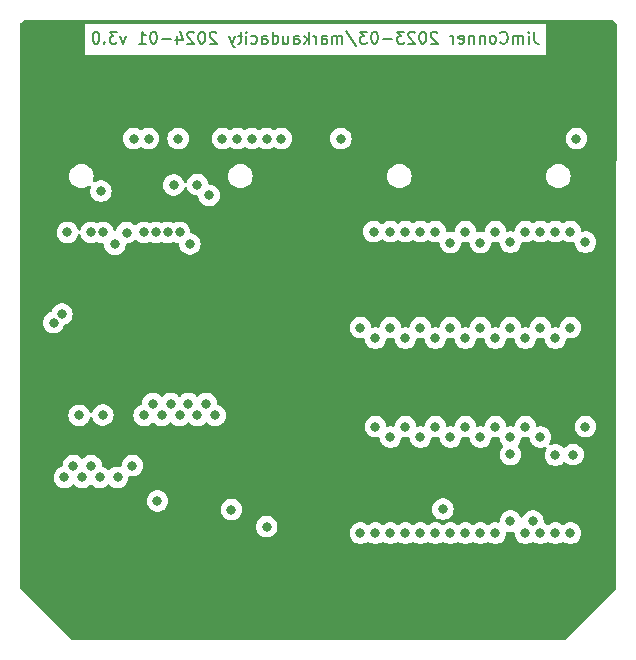
<source format=gbr>
%TF.GenerationSoftware,KiCad,Pcbnew,8.0.7*%
%TF.CreationDate,2025-01-02T16:49:33-06:00*%
%TF.ProjectId,z88-flash-mod,7a38382d-666c-4617-9368-2d6d6f642e6b,rev?*%
%TF.SameCoordinates,Original*%
%TF.FileFunction,Copper,L4,Bot*%
%TF.FilePolarity,Positive*%
%FSLAX46Y46*%
G04 Gerber Fmt 4.6, Leading zero omitted, Abs format (unit mm)*
G04 Created by KiCad (PCBNEW 8.0.7) date 2025-01-02 16:49:33*
%MOMM*%
%LPD*%
G01*
G04 APERTURE LIST*
%ADD10C,0.200000*%
%TA.AperFunction,NonConductor*%
%ADD11C,0.200000*%
%TD*%
%TA.AperFunction,ViaPad*%
%ADD12C,0.800000*%
%TD*%
G04 APERTURE END LIST*
D10*
D11*
X159239810Y-63968219D02*
X159239810Y-64682504D01*
X159239810Y-64682504D02*
X159287429Y-64825361D01*
X159287429Y-64825361D02*
X159382667Y-64920600D01*
X159382667Y-64920600D02*
X159525524Y-64968219D01*
X159525524Y-64968219D02*
X159620762Y-64968219D01*
X158763619Y-64968219D02*
X158763619Y-64301552D01*
X158763619Y-63968219D02*
X158811238Y-64015838D01*
X158811238Y-64015838D02*
X158763619Y-64063457D01*
X158763619Y-64063457D02*
X158716000Y-64015838D01*
X158716000Y-64015838D02*
X158763619Y-63968219D01*
X158763619Y-63968219D02*
X158763619Y-64063457D01*
X158287429Y-64968219D02*
X158287429Y-64301552D01*
X158287429Y-64396790D02*
X158239810Y-64349171D01*
X158239810Y-64349171D02*
X158144572Y-64301552D01*
X158144572Y-64301552D02*
X158001715Y-64301552D01*
X158001715Y-64301552D02*
X157906477Y-64349171D01*
X157906477Y-64349171D02*
X157858858Y-64444409D01*
X157858858Y-64444409D02*
X157858858Y-64968219D01*
X157858858Y-64444409D02*
X157811239Y-64349171D01*
X157811239Y-64349171D02*
X157716001Y-64301552D01*
X157716001Y-64301552D02*
X157573144Y-64301552D01*
X157573144Y-64301552D02*
X157477905Y-64349171D01*
X157477905Y-64349171D02*
X157430286Y-64444409D01*
X157430286Y-64444409D02*
X157430286Y-64968219D01*
X156382668Y-64872980D02*
X156430287Y-64920600D01*
X156430287Y-64920600D02*
X156573144Y-64968219D01*
X156573144Y-64968219D02*
X156668382Y-64968219D01*
X156668382Y-64968219D02*
X156811239Y-64920600D01*
X156811239Y-64920600D02*
X156906477Y-64825361D01*
X156906477Y-64825361D02*
X156954096Y-64730123D01*
X156954096Y-64730123D02*
X157001715Y-64539647D01*
X157001715Y-64539647D02*
X157001715Y-64396790D01*
X157001715Y-64396790D02*
X156954096Y-64206314D01*
X156954096Y-64206314D02*
X156906477Y-64111076D01*
X156906477Y-64111076D02*
X156811239Y-64015838D01*
X156811239Y-64015838D02*
X156668382Y-63968219D01*
X156668382Y-63968219D02*
X156573144Y-63968219D01*
X156573144Y-63968219D02*
X156430287Y-64015838D01*
X156430287Y-64015838D02*
X156382668Y-64063457D01*
X155811239Y-64968219D02*
X155906477Y-64920600D01*
X155906477Y-64920600D02*
X155954096Y-64872980D01*
X155954096Y-64872980D02*
X156001715Y-64777742D01*
X156001715Y-64777742D02*
X156001715Y-64492028D01*
X156001715Y-64492028D02*
X155954096Y-64396790D01*
X155954096Y-64396790D02*
X155906477Y-64349171D01*
X155906477Y-64349171D02*
X155811239Y-64301552D01*
X155811239Y-64301552D02*
X155668382Y-64301552D01*
X155668382Y-64301552D02*
X155573144Y-64349171D01*
X155573144Y-64349171D02*
X155525525Y-64396790D01*
X155525525Y-64396790D02*
X155477906Y-64492028D01*
X155477906Y-64492028D02*
X155477906Y-64777742D01*
X155477906Y-64777742D02*
X155525525Y-64872980D01*
X155525525Y-64872980D02*
X155573144Y-64920600D01*
X155573144Y-64920600D02*
X155668382Y-64968219D01*
X155668382Y-64968219D02*
X155811239Y-64968219D01*
X155049334Y-64301552D02*
X155049334Y-64968219D01*
X155049334Y-64396790D02*
X155001715Y-64349171D01*
X155001715Y-64349171D02*
X154906477Y-64301552D01*
X154906477Y-64301552D02*
X154763620Y-64301552D01*
X154763620Y-64301552D02*
X154668382Y-64349171D01*
X154668382Y-64349171D02*
X154620763Y-64444409D01*
X154620763Y-64444409D02*
X154620763Y-64968219D01*
X154144572Y-64301552D02*
X154144572Y-64968219D01*
X154144572Y-64396790D02*
X154096953Y-64349171D01*
X154096953Y-64349171D02*
X154001715Y-64301552D01*
X154001715Y-64301552D02*
X153858858Y-64301552D01*
X153858858Y-64301552D02*
X153763620Y-64349171D01*
X153763620Y-64349171D02*
X153716001Y-64444409D01*
X153716001Y-64444409D02*
X153716001Y-64968219D01*
X152858858Y-64920600D02*
X152954096Y-64968219D01*
X152954096Y-64968219D02*
X153144572Y-64968219D01*
X153144572Y-64968219D02*
X153239810Y-64920600D01*
X153239810Y-64920600D02*
X153287429Y-64825361D01*
X153287429Y-64825361D02*
X153287429Y-64444409D01*
X153287429Y-64444409D02*
X153239810Y-64349171D01*
X153239810Y-64349171D02*
X153144572Y-64301552D01*
X153144572Y-64301552D02*
X152954096Y-64301552D01*
X152954096Y-64301552D02*
X152858858Y-64349171D01*
X152858858Y-64349171D02*
X152811239Y-64444409D01*
X152811239Y-64444409D02*
X152811239Y-64539647D01*
X152811239Y-64539647D02*
X153287429Y-64634885D01*
X152382667Y-64968219D02*
X152382667Y-64301552D01*
X152382667Y-64492028D02*
X152335048Y-64396790D01*
X152335048Y-64396790D02*
X152287429Y-64349171D01*
X152287429Y-64349171D02*
X152192191Y-64301552D01*
X152192191Y-64301552D02*
X152096953Y-64301552D01*
X151049333Y-64063457D02*
X151001714Y-64015838D01*
X151001714Y-64015838D02*
X150906476Y-63968219D01*
X150906476Y-63968219D02*
X150668381Y-63968219D01*
X150668381Y-63968219D02*
X150573143Y-64015838D01*
X150573143Y-64015838D02*
X150525524Y-64063457D01*
X150525524Y-64063457D02*
X150477905Y-64158695D01*
X150477905Y-64158695D02*
X150477905Y-64253933D01*
X150477905Y-64253933D02*
X150525524Y-64396790D01*
X150525524Y-64396790D02*
X151096952Y-64968219D01*
X151096952Y-64968219D02*
X150477905Y-64968219D01*
X149858857Y-63968219D02*
X149763619Y-63968219D01*
X149763619Y-63968219D02*
X149668381Y-64015838D01*
X149668381Y-64015838D02*
X149620762Y-64063457D01*
X149620762Y-64063457D02*
X149573143Y-64158695D01*
X149573143Y-64158695D02*
X149525524Y-64349171D01*
X149525524Y-64349171D02*
X149525524Y-64587266D01*
X149525524Y-64587266D02*
X149573143Y-64777742D01*
X149573143Y-64777742D02*
X149620762Y-64872980D01*
X149620762Y-64872980D02*
X149668381Y-64920600D01*
X149668381Y-64920600D02*
X149763619Y-64968219D01*
X149763619Y-64968219D02*
X149858857Y-64968219D01*
X149858857Y-64968219D02*
X149954095Y-64920600D01*
X149954095Y-64920600D02*
X150001714Y-64872980D01*
X150001714Y-64872980D02*
X150049333Y-64777742D01*
X150049333Y-64777742D02*
X150096952Y-64587266D01*
X150096952Y-64587266D02*
X150096952Y-64349171D01*
X150096952Y-64349171D02*
X150049333Y-64158695D01*
X150049333Y-64158695D02*
X150001714Y-64063457D01*
X150001714Y-64063457D02*
X149954095Y-64015838D01*
X149954095Y-64015838D02*
X149858857Y-63968219D01*
X149144571Y-64063457D02*
X149096952Y-64015838D01*
X149096952Y-64015838D02*
X149001714Y-63968219D01*
X149001714Y-63968219D02*
X148763619Y-63968219D01*
X148763619Y-63968219D02*
X148668381Y-64015838D01*
X148668381Y-64015838D02*
X148620762Y-64063457D01*
X148620762Y-64063457D02*
X148573143Y-64158695D01*
X148573143Y-64158695D02*
X148573143Y-64253933D01*
X148573143Y-64253933D02*
X148620762Y-64396790D01*
X148620762Y-64396790D02*
X149192190Y-64968219D01*
X149192190Y-64968219D02*
X148573143Y-64968219D01*
X148239809Y-63968219D02*
X147620762Y-63968219D01*
X147620762Y-63968219D02*
X147954095Y-64349171D01*
X147954095Y-64349171D02*
X147811238Y-64349171D01*
X147811238Y-64349171D02*
X147716000Y-64396790D01*
X147716000Y-64396790D02*
X147668381Y-64444409D01*
X147668381Y-64444409D02*
X147620762Y-64539647D01*
X147620762Y-64539647D02*
X147620762Y-64777742D01*
X147620762Y-64777742D02*
X147668381Y-64872980D01*
X147668381Y-64872980D02*
X147716000Y-64920600D01*
X147716000Y-64920600D02*
X147811238Y-64968219D01*
X147811238Y-64968219D02*
X148096952Y-64968219D01*
X148096952Y-64968219D02*
X148192190Y-64920600D01*
X148192190Y-64920600D02*
X148239809Y-64872980D01*
X147192190Y-64587266D02*
X146430286Y-64587266D01*
X145763619Y-63968219D02*
X145668381Y-63968219D01*
X145668381Y-63968219D02*
X145573143Y-64015838D01*
X145573143Y-64015838D02*
X145525524Y-64063457D01*
X145525524Y-64063457D02*
X145477905Y-64158695D01*
X145477905Y-64158695D02*
X145430286Y-64349171D01*
X145430286Y-64349171D02*
X145430286Y-64587266D01*
X145430286Y-64587266D02*
X145477905Y-64777742D01*
X145477905Y-64777742D02*
X145525524Y-64872980D01*
X145525524Y-64872980D02*
X145573143Y-64920600D01*
X145573143Y-64920600D02*
X145668381Y-64968219D01*
X145668381Y-64968219D02*
X145763619Y-64968219D01*
X145763619Y-64968219D02*
X145858857Y-64920600D01*
X145858857Y-64920600D02*
X145906476Y-64872980D01*
X145906476Y-64872980D02*
X145954095Y-64777742D01*
X145954095Y-64777742D02*
X146001714Y-64587266D01*
X146001714Y-64587266D02*
X146001714Y-64349171D01*
X146001714Y-64349171D02*
X145954095Y-64158695D01*
X145954095Y-64158695D02*
X145906476Y-64063457D01*
X145906476Y-64063457D02*
X145858857Y-64015838D01*
X145858857Y-64015838D02*
X145763619Y-63968219D01*
X145096952Y-63968219D02*
X144477905Y-63968219D01*
X144477905Y-63968219D02*
X144811238Y-64349171D01*
X144811238Y-64349171D02*
X144668381Y-64349171D01*
X144668381Y-64349171D02*
X144573143Y-64396790D01*
X144573143Y-64396790D02*
X144525524Y-64444409D01*
X144525524Y-64444409D02*
X144477905Y-64539647D01*
X144477905Y-64539647D02*
X144477905Y-64777742D01*
X144477905Y-64777742D02*
X144525524Y-64872980D01*
X144525524Y-64872980D02*
X144573143Y-64920600D01*
X144573143Y-64920600D02*
X144668381Y-64968219D01*
X144668381Y-64968219D02*
X144954095Y-64968219D01*
X144954095Y-64968219D02*
X145049333Y-64920600D01*
X145049333Y-64920600D02*
X145096952Y-64872980D01*
X143335048Y-63920600D02*
X144192190Y-65206314D01*
X143001714Y-64968219D02*
X143001714Y-64301552D01*
X143001714Y-64396790D02*
X142954095Y-64349171D01*
X142954095Y-64349171D02*
X142858857Y-64301552D01*
X142858857Y-64301552D02*
X142716000Y-64301552D01*
X142716000Y-64301552D02*
X142620762Y-64349171D01*
X142620762Y-64349171D02*
X142573143Y-64444409D01*
X142573143Y-64444409D02*
X142573143Y-64968219D01*
X142573143Y-64444409D02*
X142525524Y-64349171D01*
X142525524Y-64349171D02*
X142430286Y-64301552D01*
X142430286Y-64301552D02*
X142287429Y-64301552D01*
X142287429Y-64301552D02*
X142192190Y-64349171D01*
X142192190Y-64349171D02*
X142144571Y-64444409D01*
X142144571Y-64444409D02*
X142144571Y-64968219D01*
X141239810Y-64968219D02*
X141239810Y-64444409D01*
X141239810Y-64444409D02*
X141287429Y-64349171D01*
X141287429Y-64349171D02*
X141382667Y-64301552D01*
X141382667Y-64301552D02*
X141573143Y-64301552D01*
X141573143Y-64301552D02*
X141668381Y-64349171D01*
X141239810Y-64920600D02*
X141335048Y-64968219D01*
X141335048Y-64968219D02*
X141573143Y-64968219D01*
X141573143Y-64968219D02*
X141668381Y-64920600D01*
X141668381Y-64920600D02*
X141716000Y-64825361D01*
X141716000Y-64825361D02*
X141716000Y-64730123D01*
X141716000Y-64730123D02*
X141668381Y-64634885D01*
X141668381Y-64634885D02*
X141573143Y-64587266D01*
X141573143Y-64587266D02*
X141335048Y-64587266D01*
X141335048Y-64587266D02*
X141239810Y-64539647D01*
X140763619Y-64968219D02*
X140763619Y-64301552D01*
X140763619Y-64492028D02*
X140716000Y-64396790D01*
X140716000Y-64396790D02*
X140668381Y-64349171D01*
X140668381Y-64349171D02*
X140573143Y-64301552D01*
X140573143Y-64301552D02*
X140477905Y-64301552D01*
X140144571Y-64968219D02*
X140144571Y-63968219D01*
X140049333Y-64587266D02*
X139763619Y-64968219D01*
X139763619Y-64301552D02*
X140144571Y-64682504D01*
X138906476Y-64968219D02*
X138906476Y-64444409D01*
X138906476Y-64444409D02*
X138954095Y-64349171D01*
X138954095Y-64349171D02*
X139049333Y-64301552D01*
X139049333Y-64301552D02*
X139239809Y-64301552D01*
X139239809Y-64301552D02*
X139335047Y-64349171D01*
X138906476Y-64920600D02*
X139001714Y-64968219D01*
X139001714Y-64968219D02*
X139239809Y-64968219D01*
X139239809Y-64968219D02*
X139335047Y-64920600D01*
X139335047Y-64920600D02*
X139382666Y-64825361D01*
X139382666Y-64825361D02*
X139382666Y-64730123D01*
X139382666Y-64730123D02*
X139335047Y-64634885D01*
X139335047Y-64634885D02*
X139239809Y-64587266D01*
X139239809Y-64587266D02*
X139001714Y-64587266D01*
X139001714Y-64587266D02*
X138906476Y-64539647D01*
X138001714Y-64301552D02*
X138001714Y-64968219D01*
X138430285Y-64301552D02*
X138430285Y-64825361D01*
X138430285Y-64825361D02*
X138382666Y-64920600D01*
X138382666Y-64920600D02*
X138287428Y-64968219D01*
X138287428Y-64968219D02*
X138144571Y-64968219D01*
X138144571Y-64968219D02*
X138049333Y-64920600D01*
X138049333Y-64920600D02*
X138001714Y-64872980D01*
X137096952Y-64968219D02*
X137096952Y-63968219D01*
X137096952Y-64920600D02*
X137192190Y-64968219D01*
X137192190Y-64968219D02*
X137382666Y-64968219D01*
X137382666Y-64968219D02*
X137477904Y-64920600D01*
X137477904Y-64920600D02*
X137525523Y-64872980D01*
X137525523Y-64872980D02*
X137573142Y-64777742D01*
X137573142Y-64777742D02*
X137573142Y-64492028D01*
X137573142Y-64492028D02*
X137525523Y-64396790D01*
X137525523Y-64396790D02*
X137477904Y-64349171D01*
X137477904Y-64349171D02*
X137382666Y-64301552D01*
X137382666Y-64301552D02*
X137192190Y-64301552D01*
X137192190Y-64301552D02*
X137096952Y-64349171D01*
X136192190Y-64968219D02*
X136192190Y-64444409D01*
X136192190Y-64444409D02*
X136239809Y-64349171D01*
X136239809Y-64349171D02*
X136335047Y-64301552D01*
X136335047Y-64301552D02*
X136525523Y-64301552D01*
X136525523Y-64301552D02*
X136620761Y-64349171D01*
X136192190Y-64920600D02*
X136287428Y-64968219D01*
X136287428Y-64968219D02*
X136525523Y-64968219D01*
X136525523Y-64968219D02*
X136620761Y-64920600D01*
X136620761Y-64920600D02*
X136668380Y-64825361D01*
X136668380Y-64825361D02*
X136668380Y-64730123D01*
X136668380Y-64730123D02*
X136620761Y-64634885D01*
X136620761Y-64634885D02*
X136525523Y-64587266D01*
X136525523Y-64587266D02*
X136287428Y-64587266D01*
X136287428Y-64587266D02*
X136192190Y-64539647D01*
X135287428Y-64920600D02*
X135382666Y-64968219D01*
X135382666Y-64968219D02*
X135573142Y-64968219D01*
X135573142Y-64968219D02*
X135668380Y-64920600D01*
X135668380Y-64920600D02*
X135715999Y-64872980D01*
X135715999Y-64872980D02*
X135763618Y-64777742D01*
X135763618Y-64777742D02*
X135763618Y-64492028D01*
X135763618Y-64492028D02*
X135715999Y-64396790D01*
X135715999Y-64396790D02*
X135668380Y-64349171D01*
X135668380Y-64349171D02*
X135573142Y-64301552D01*
X135573142Y-64301552D02*
X135382666Y-64301552D01*
X135382666Y-64301552D02*
X135287428Y-64349171D01*
X134858856Y-64968219D02*
X134858856Y-64301552D01*
X134858856Y-63968219D02*
X134906475Y-64015838D01*
X134906475Y-64015838D02*
X134858856Y-64063457D01*
X134858856Y-64063457D02*
X134811237Y-64015838D01*
X134811237Y-64015838D02*
X134858856Y-63968219D01*
X134858856Y-63968219D02*
X134858856Y-64063457D01*
X134525523Y-64301552D02*
X134144571Y-64301552D01*
X134382666Y-63968219D02*
X134382666Y-64825361D01*
X134382666Y-64825361D02*
X134335047Y-64920600D01*
X134335047Y-64920600D02*
X134239809Y-64968219D01*
X134239809Y-64968219D02*
X134144571Y-64968219D01*
X133906475Y-64301552D02*
X133668380Y-64968219D01*
X133430285Y-64301552D02*
X133668380Y-64968219D01*
X133668380Y-64968219D02*
X133763618Y-65206314D01*
X133763618Y-65206314D02*
X133811237Y-65253933D01*
X133811237Y-65253933D02*
X133906475Y-65301552D01*
X132335046Y-64063457D02*
X132287427Y-64015838D01*
X132287427Y-64015838D02*
X132192189Y-63968219D01*
X132192189Y-63968219D02*
X131954094Y-63968219D01*
X131954094Y-63968219D02*
X131858856Y-64015838D01*
X131858856Y-64015838D02*
X131811237Y-64063457D01*
X131811237Y-64063457D02*
X131763618Y-64158695D01*
X131763618Y-64158695D02*
X131763618Y-64253933D01*
X131763618Y-64253933D02*
X131811237Y-64396790D01*
X131811237Y-64396790D02*
X132382665Y-64968219D01*
X132382665Y-64968219D02*
X131763618Y-64968219D01*
X131144570Y-63968219D02*
X131049332Y-63968219D01*
X131049332Y-63968219D02*
X130954094Y-64015838D01*
X130954094Y-64015838D02*
X130906475Y-64063457D01*
X130906475Y-64063457D02*
X130858856Y-64158695D01*
X130858856Y-64158695D02*
X130811237Y-64349171D01*
X130811237Y-64349171D02*
X130811237Y-64587266D01*
X130811237Y-64587266D02*
X130858856Y-64777742D01*
X130858856Y-64777742D02*
X130906475Y-64872980D01*
X130906475Y-64872980D02*
X130954094Y-64920600D01*
X130954094Y-64920600D02*
X131049332Y-64968219D01*
X131049332Y-64968219D02*
X131144570Y-64968219D01*
X131144570Y-64968219D02*
X131239808Y-64920600D01*
X131239808Y-64920600D02*
X131287427Y-64872980D01*
X131287427Y-64872980D02*
X131335046Y-64777742D01*
X131335046Y-64777742D02*
X131382665Y-64587266D01*
X131382665Y-64587266D02*
X131382665Y-64349171D01*
X131382665Y-64349171D02*
X131335046Y-64158695D01*
X131335046Y-64158695D02*
X131287427Y-64063457D01*
X131287427Y-64063457D02*
X131239808Y-64015838D01*
X131239808Y-64015838D02*
X131144570Y-63968219D01*
X130430284Y-64063457D02*
X130382665Y-64015838D01*
X130382665Y-64015838D02*
X130287427Y-63968219D01*
X130287427Y-63968219D02*
X130049332Y-63968219D01*
X130049332Y-63968219D02*
X129954094Y-64015838D01*
X129954094Y-64015838D02*
X129906475Y-64063457D01*
X129906475Y-64063457D02*
X129858856Y-64158695D01*
X129858856Y-64158695D02*
X129858856Y-64253933D01*
X129858856Y-64253933D02*
X129906475Y-64396790D01*
X129906475Y-64396790D02*
X130477903Y-64968219D01*
X130477903Y-64968219D02*
X129858856Y-64968219D01*
X129001713Y-64301552D02*
X129001713Y-64968219D01*
X129239808Y-63920600D02*
X129477903Y-64634885D01*
X129477903Y-64634885D02*
X128858856Y-64634885D01*
X128477903Y-64587266D02*
X127715999Y-64587266D01*
X127049332Y-63968219D02*
X126954094Y-63968219D01*
X126954094Y-63968219D02*
X126858856Y-64015838D01*
X126858856Y-64015838D02*
X126811237Y-64063457D01*
X126811237Y-64063457D02*
X126763618Y-64158695D01*
X126763618Y-64158695D02*
X126715999Y-64349171D01*
X126715999Y-64349171D02*
X126715999Y-64587266D01*
X126715999Y-64587266D02*
X126763618Y-64777742D01*
X126763618Y-64777742D02*
X126811237Y-64872980D01*
X126811237Y-64872980D02*
X126858856Y-64920600D01*
X126858856Y-64920600D02*
X126954094Y-64968219D01*
X126954094Y-64968219D02*
X127049332Y-64968219D01*
X127049332Y-64968219D02*
X127144570Y-64920600D01*
X127144570Y-64920600D02*
X127192189Y-64872980D01*
X127192189Y-64872980D02*
X127239808Y-64777742D01*
X127239808Y-64777742D02*
X127287427Y-64587266D01*
X127287427Y-64587266D02*
X127287427Y-64349171D01*
X127287427Y-64349171D02*
X127239808Y-64158695D01*
X127239808Y-64158695D02*
X127192189Y-64063457D01*
X127192189Y-64063457D02*
X127144570Y-64015838D01*
X127144570Y-64015838D02*
X127049332Y-63968219D01*
X125763618Y-64968219D02*
X126335046Y-64968219D01*
X126049332Y-64968219D02*
X126049332Y-63968219D01*
X126049332Y-63968219D02*
X126144570Y-64111076D01*
X126144570Y-64111076D02*
X126239808Y-64206314D01*
X126239808Y-64206314D02*
X126335046Y-64253933D01*
X124668379Y-64301552D02*
X124430284Y-64968219D01*
X124430284Y-64968219D02*
X124192189Y-64301552D01*
X123906474Y-63968219D02*
X123287427Y-63968219D01*
X123287427Y-63968219D02*
X123620760Y-64349171D01*
X123620760Y-64349171D02*
X123477903Y-64349171D01*
X123477903Y-64349171D02*
X123382665Y-64396790D01*
X123382665Y-64396790D02*
X123335046Y-64444409D01*
X123335046Y-64444409D02*
X123287427Y-64539647D01*
X123287427Y-64539647D02*
X123287427Y-64777742D01*
X123287427Y-64777742D02*
X123335046Y-64872980D01*
X123335046Y-64872980D02*
X123382665Y-64920600D01*
X123382665Y-64920600D02*
X123477903Y-64968219D01*
X123477903Y-64968219D02*
X123763617Y-64968219D01*
X123763617Y-64968219D02*
X123858855Y-64920600D01*
X123858855Y-64920600D02*
X123906474Y-64872980D01*
X122858855Y-64872980D02*
X122811236Y-64920600D01*
X122811236Y-64920600D02*
X122858855Y-64968219D01*
X122858855Y-64968219D02*
X122906474Y-64920600D01*
X122906474Y-64920600D02*
X122858855Y-64872980D01*
X122858855Y-64872980D02*
X122858855Y-64968219D01*
X122192189Y-63968219D02*
X122096951Y-63968219D01*
X122096951Y-63968219D02*
X122001713Y-64015838D01*
X122001713Y-64015838D02*
X121954094Y-64063457D01*
X121954094Y-64063457D02*
X121906475Y-64158695D01*
X121906475Y-64158695D02*
X121858856Y-64349171D01*
X121858856Y-64349171D02*
X121858856Y-64587266D01*
X121858856Y-64587266D02*
X121906475Y-64777742D01*
X121906475Y-64777742D02*
X121954094Y-64872980D01*
X121954094Y-64872980D02*
X122001713Y-64920600D01*
X122001713Y-64920600D02*
X122096951Y-64968219D01*
X122096951Y-64968219D02*
X122192189Y-64968219D01*
X122192189Y-64968219D02*
X122287427Y-64920600D01*
X122287427Y-64920600D02*
X122335046Y-64872980D01*
X122335046Y-64872980D02*
X122382665Y-64777742D01*
X122382665Y-64777742D02*
X122430284Y-64587266D01*
X122430284Y-64587266D02*
X122430284Y-64349171D01*
X122430284Y-64349171D02*
X122382665Y-64158695D01*
X122382665Y-64158695D02*
X122335046Y-64063457D01*
X122335046Y-64063457D02*
X122287427Y-64015838D01*
X122287427Y-64015838D02*
X122192189Y-63968219D01*
D12*
%TO.N,GND*%
X123190000Y-106934000D03*
X141351000Y-98298000D03*
X133477000Y-83502000D03*
X120469000Y-77824000D03*
X129540000Y-112141000D03*
X130175000Y-106971000D03*
X144094000Y-71699000D03*
%TO.N,/D2*%
X145669000Y-80899000D03*
X127219000Y-80949000D03*
X145796000Y-97409000D03*
%TO.N,/D1*%
X147066000Y-98298000D03*
X128219000Y-80949000D03*
X147066000Y-80899000D03*
%TO.N,/A14*%
X161036000Y-80899000D03*
X161036000Y-99822000D03*
X142875000Y-73025000D03*
X120719000Y-96449000D03*
%TO.N,/D0*%
X148344000Y-80899000D03*
X129219000Y-80949000D03*
X148336000Y-97409000D03*
%TO.N,/A13*%
X158496000Y-89916000D03*
X158496000Y-106426000D03*
X136594000Y-73025000D03*
X120969000Y-101699000D03*
%TO.N,/A0*%
X149606000Y-80899000D03*
X149606000Y-98298000D03*
X122555000Y-77470000D03*
%TO.N,/A8*%
X157226000Y-89027000D03*
X135344000Y-73025000D03*
X157226000Y-99748000D03*
X157226000Y-105410000D03*
X127719003Y-96449000D03*
%TO.N,/A1*%
X150876000Y-80899000D03*
X131719000Y-77824000D03*
X150876000Y-97409000D03*
%TO.N,/A9*%
X123969000Y-101699000D03*
X155956000Y-89916000D03*
X155956000Y-106426000D03*
X134094000Y-73025000D03*
%TO.N,/A2*%
X152146000Y-98298000D03*
X152146000Y-81824000D03*
X132219000Y-96449000D03*
%TO.N,/A11*%
X132844000Y-73025000D03*
X122469000Y-101699000D03*
X154686000Y-89027000D03*
X154686000Y-106426000D03*
%TO.N,/A3*%
X153416000Y-80899000D03*
X153416000Y-97409000D03*
X131469000Y-95449000D03*
%TO.N,/A4*%
X130719000Y-96449000D03*
X154686000Y-98298000D03*
X154686000Y-81824000D03*
%TO.N,/A10*%
X152146000Y-106426000D03*
X152146000Y-89027000D03*
X122719000Y-96424000D03*
X129094000Y-73025000D03*
%TO.N,/A5*%
X155956000Y-80899000D03*
X129969000Y-95449000D03*
X155956000Y-97409000D03*
%TO.N,/A6*%
X157226000Y-98298000D03*
X157226000Y-81788000D03*
X129219000Y-96449000D03*
%TO.N,/D7*%
X126594000Y-73025000D03*
X149606000Y-106426000D03*
X121719000Y-80949000D03*
X149606000Y-89027000D03*
%TO.N,/A7*%
X128469000Y-95449000D03*
X158496000Y-80899000D03*
X158496000Y-97409000D03*
%TO.N,/D6*%
X148336000Y-89916000D03*
X122719000Y-80949000D03*
X125344000Y-73025000D03*
X148336000Y-106426000D03*
%TO.N,/A12*%
X159126000Y-105410000D03*
X159766000Y-98298000D03*
X159766000Y-80899000D03*
X121719000Y-100699000D03*
%TO.N,/D5*%
X147066000Y-106426000D03*
X123744305Y-81974305D03*
X147066000Y-89027000D03*
%TO.N,/A15*%
X120219000Y-100699000D03*
X162306000Y-89027000D03*
X162814000Y-73025000D03*
X162306000Y-106426000D03*
%TO.N,/D4*%
X145796000Y-106426000D03*
X124744305Y-80974305D03*
X145796000Y-89916000D03*
%TO.N,/A16*%
X119469000Y-101699000D03*
X162306000Y-80899000D03*
X162523000Y-99785000D03*
%TO.N,/D3*%
X144526000Y-89027000D03*
X126219000Y-80949000D03*
X144526000Y-106426000D03*
%TO.N,/WEL*%
X159766000Y-106426000D03*
X125222000Y-100711000D03*
X159766000Y-89027000D03*
X137844000Y-73025000D03*
%TO.N,/ROE*%
X130094000Y-81949000D03*
X153416000Y-89916000D03*
X153416000Y-106426000D03*
%TO.N,/A17*%
X161036000Y-89916000D03*
X119719000Y-80949000D03*
X161036000Y-106426000D03*
%TO.N,/A19*%
X118545892Y-88591108D03*
X126219000Y-96449000D03*
%TO.N,/A18*%
X163576000Y-81788000D03*
X126969006Y-95449000D03*
X163576000Y-97409000D03*
X119253000Y-87884000D03*
%TO.N,/~{SE1}*%
X130719000Y-76926000D03*
X128719000Y-76949000D03*
X133604000Y-104424000D03*
%TO.N,Net-(JP1-A)*%
X136594000Y-105881000D03*
X150876000Y-106426000D03*
%TO.N,Net-(U3-CE#)*%
X127344000Y-103699000D03*
X151511000Y-104394000D03*
X150876000Y-89916000D03*
%TD*%
%TA.AperFunction,Conductor*%
%TO.N,GND*%
G36*
X165994368Y-63037502D02*
G01*
X166015342Y-63054405D01*
X166180508Y-63219571D01*
X166214534Y-63281883D01*
X166217413Y-63308838D01*
X166185546Y-86706556D01*
X166185500Y-86706799D01*
X166185500Y-86741419D01*
X166185452Y-86776339D01*
X166185500Y-86776579D01*
X166185500Y-111078247D01*
X166165498Y-111146368D01*
X166148595Y-111167342D01*
X161919342Y-115396595D01*
X161857030Y-115430621D01*
X161830247Y-115433500D01*
X120077426Y-115433500D01*
X120009305Y-115413498D01*
X119988660Y-115396924D01*
X115734234Y-111173793D01*
X115699979Y-111111607D01*
X115697000Y-111084369D01*
X115697000Y-105881000D01*
X135680496Y-105881000D01*
X135700457Y-106070927D01*
X135730526Y-106163470D01*
X135759473Y-106252556D01*
X135787301Y-106300755D01*
X135854958Y-106417941D01*
X135854965Y-106417951D01*
X135982744Y-106559864D01*
X135982747Y-106559866D01*
X136137248Y-106672118D01*
X136311712Y-106749794D01*
X136498513Y-106789500D01*
X136689487Y-106789500D01*
X136876288Y-106749794D01*
X137050752Y-106672118D01*
X137205253Y-106559866D01*
X137205255Y-106559864D01*
X137325787Y-106426000D01*
X143612496Y-106426000D01*
X143632457Y-106615927D01*
X143650715Y-106672117D01*
X143691473Y-106797556D01*
X143691476Y-106797561D01*
X143786958Y-106962941D01*
X143786965Y-106962951D01*
X143914744Y-107104864D01*
X143914747Y-107104866D01*
X144069248Y-107217118D01*
X144243712Y-107294794D01*
X144430513Y-107334500D01*
X144621487Y-107334500D01*
X144808288Y-107294794D01*
X144982752Y-107217118D01*
X145086940Y-107141420D01*
X145153806Y-107117563D01*
X145222958Y-107133643D01*
X145235056Y-107141417D01*
X145339248Y-107217118D01*
X145513712Y-107294794D01*
X145700513Y-107334500D01*
X145891487Y-107334500D01*
X146078288Y-107294794D01*
X146252752Y-107217118D01*
X146356940Y-107141420D01*
X146423806Y-107117563D01*
X146492958Y-107133643D01*
X146505056Y-107141417D01*
X146609248Y-107217118D01*
X146783712Y-107294794D01*
X146970513Y-107334500D01*
X147161487Y-107334500D01*
X147348288Y-107294794D01*
X147522752Y-107217118D01*
X147626940Y-107141420D01*
X147693806Y-107117563D01*
X147762958Y-107133643D01*
X147775056Y-107141417D01*
X147879248Y-107217118D01*
X148053712Y-107294794D01*
X148240513Y-107334500D01*
X148431487Y-107334500D01*
X148618288Y-107294794D01*
X148792752Y-107217118D01*
X148896940Y-107141420D01*
X148963806Y-107117563D01*
X149032958Y-107133643D01*
X149045056Y-107141417D01*
X149149248Y-107217118D01*
X149323712Y-107294794D01*
X149510513Y-107334500D01*
X149701487Y-107334500D01*
X149888288Y-107294794D01*
X150062752Y-107217118D01*
X150166940Y-107141420D01*
X150233806Y-107117563D01*
X150302958Y-107133643D01*
X150315056Y-107141417D01*
X150419248Y-107217118D01*
X150593712Y-107294794D01*
X150780513Y-107334500D01*
X150971487Y-107334500D01*
X151158288Y-107294794D01*
X151332752Y-107217118D01*
X151436940Y-107141420D01*
X151503806Y-107117563D01*
X151572958Y-107133643D01*
X151585056Y-107141417D01*
X151689248Y-107217118D01*
X151863712Y-107294794D01*
X152050513Y-107334500D01*
X152241487Y-107334500D01*
X152428288Y-107294794D01*
X152602752Y-107217118D01*
X152706940Y-107141420D01*
X152773806Y-107117563D01*
X152842958Y-107133643D01*
X152855056Y-107141417D01*
X152959248Y-107217118D01*
X153133712Y-107294794D01*
X153320513Y-107334500D01*
X153511487Y-107334500D01*
X153698288Y-107294794D01*
X153872752Y-107217118D01*
X153976940Y-107141420D01*
X154043806Y-107117563D01*
X154112958Y-107133643D01*
X154125056Y-107141417D01*
X154229248Y-107217118D01*
X154403712Y-107294794D01*
X154590513Y-107334500D01*
X154781487Y-107334500D01*
X154968288Y-107294794D01*
X155142752Y-107217118D01*
X155246940Y-107141420D01*
X155313806Y-107117563D01*
X155382958Y-107133643D01*
X155395056Y-107141417D01*
X155499248Y-107217118D01*
X155673712Y-107294794D01*
X155860513Y-107334500D01*
X156051487Y-107334500D01*
X156238288Y-107294794D01*
X156412752Y-107217118D01*
X156567253Y-107104866D01*
X156695040Y-106962944D01*
X156790527Y-106797556D01*
X156849542Y-106615928D01*
X156869504Y-106426000D01*
X156869504Y-106425998D01*
X156869504Y-106419396D01*
X156872383Y-106419396D01*
X156882858Y-106361979D01*
X156931339Y-106310112D01*
X157000164Y-106292689D01*
X157021617Y-106295354D01*
X157130508Y-106318500D01*
X157130513Y-106318500D01*
X157321491Y-106318500D01*
X157430381Y-106295354D01*
X157501172Y-106300755D01*
X157557805Y-106343571D01*
X157582299Y-106410209D01*
X157582128Y-106419397D01*
X157582496Y-106419397D01*
X157582496Y-106425998D01*
X157602457Y-106615927D01*
X157620715Y-106672117D01*
X157661473Y-106797556D01*
X157661476Y-106797561D01*
X157756958Y-106962941D01*
X157756965Y-106962951D01*
X157884744Y-107104864D01*
X157884747Y-107104866D01*
X158039248Y-107217118D01*
X158213712Y-107294794D01*
X158400513Y-107334500D01*
X158591487Y-107334500D01*
X158778288Y-107294794D01*
X158952752Y-107217118D01*
X159056940Y-107141420D01*
X159123806Y-107117563D01*
X159192958Y-107133643D01*
X159205056Y-107141417D01*
X159309248Y-107217118D01*
X159483712Y-107294794D01*
X159670513Y-107334500D01*
X159861487Y-107334500D01*
X160048288Y-107294794D01*
X160222752Y-107217118D01*
X160326940Y-107141420D01*
X160393806Y-107117563D01*
X160462958Y-107133643D01*
X160475056Y-107141417D01*
X160579248Y-107217118D01*
X160753712Y-107294794D01*
X160940513Y-107334500D01*
X161131487Y-107334500D01*
X161318288Y-107294794D01*
X161492752Y-107217118D01*
X161596940Y-107141420D01*
X161663806Y-107117563D01*
X161732958Y-107133643D01*
X161745056Y-107141417D01*
X161849248Y-107217118D01*
X162023712Y-107294794D01*
X162210513Y-107334500D01*
X162401487Y-107334500D01*
X162588288Y-107294794D01*
X162762752Y-107217118D01*
X162917253Y-107104866D01*
X163045040Y-106962944D01*
X163140527Y-106797556D01*
X163199542Y-106615928D01*
X163219504Y-106426000D01*
X163199542Y-106236072D01*
X163140527Y-106054444D01*
X163045040Y-105889056D01*
X163045038Y-105889054D01*
X163045034Y-105889048D01*
X162917255Y-105747135D01*
X162762752Y-105634882D01*
X162588288Y-105557206D01*
X162401487Y-105517500D01*
X162210513Y-105517500D01*
X162023711Y-105557206D01*
X161849247Y-105634882D01*
X161745061Y-105710578D01*
X161678193Y-105734437D01*
X161609041Y-105718356D01*
X161596939Y-105710578D01*
X161492752Y-105634882D01*
X161318288Y-105557206D01*
X161131487Y-105517500D01*
X160940513Y-105517500D01*
X160753711Y-105557206D01*
X160579247Y-105634882D01*
X160475061Y-105710578D01*
X160408193Y-105734437D01*
X160339041Y-105718356D01*
X160326939Y-105710578D01*
X160222752Y-105634882D01*
X160108744Y-105584122D01*
X160054651Y-105538144D01*
X160034001Y-105470217D01*
X160034685Y-105455846D01*
X160039504Y-105410000D01*
X160019542Y-105220072D01*
X159960527Y-105038444D01*
X159865040Y-104873056D01*
X159865038Y-104873054D01*
X159865034Y-104873048D01*
X159737255Y-104731135D01*
X159582752Y-104618882D01*
X159408288Y-104541206D01*
X159221487Y-104501500D01*
X159030513Y-104501500D01*
X158843711Y-104541206D01*
X158669247Y-104618882D01*
X158514744Y-104731135D01*
X158386965Y-104873048D01*
X158386958Y-104873058D01*
X158291473Y-105038443D01*
X158291107Y-105039266D01*
X158290768Y-105039664D01*
X158288171Y-105044163D01*
X158287348Y-105043688D01*
X158245127Y-105093362D01*
X158177200Y-105114012D01*
X158108892Y-105094660D01*
X158064131Y-105043988D01*
X158063829Y-105044163D01*
X158062965Y-105042667D01*
X158061890Y-105041450D01*
X158060893Y-105039266D01*
X158060527Y-105038445D01*
X158060527Y-105038444D01*
X157965040Y-104873056D01*
X157965038Y-104873054D01*
X157965034Y-104873048D01*
X157837255Y-104731135D01*
X157682752Y-104618882D01*
X157508288Y-104541206D01*
X157321487Y-104501500D01*
X157130513Y-104501500D01*
X156943711Y-104541206D01*
X156769247Y-104618882D01*
X156614744Y-104731135D01*
X156486965Y-104873048D01*
X156486958Y-104873058D01*
X156391476Y-105038438D01*
X156391473Y-105038444D01*
X156390101Y-105042667D01*
X156332457Y-105220072D01*
X156312496Y-105410001D01*
X156312496Y-105416603D01*
X156309645Y-105416603D01*
X156299070Y-105474159D01*
X156250526Y-105525966D01*
X156181678Y-105543304D01*
X156160382Y-105540646D01*
X156051488Y-105517500D01*
X156051487Y-105517500D01*
X155860513Y-105517500D01*
X155673711Y-105557206D01*
X155499247Y-105634882D01*
X155395061Y-105710578D01*
X155328193Y-105734437D01*
X155259041Y-105718356D01*
X155246939Y-105710578D01*
X155142752Y-105634882D01*
X154968288Y-105557206D01*
X154781487Y-105517500D01*
X154590513Y-105517500D01*
X154403711Y-105557206D01*
X154229247Y-105634882D01*
X154125061Y-105710578D01*
X154058193Y-105734437D01*
X153989041Y-105718356D01*
X153976939Y-105710578D01*
X153872752Y-105634882D01*
X153698288Y-105557206D01*
X153511487Y-105517500D01*
X153320513Y-105517500D01*
X153133711Y-105557206D01*
X152959247Y-105634882D01*
X152855061Y-105710578D01*
X152788193Y-105734437D01*
X152719041Y-105718356D01*
X152706939Y-105710578D01*
X152602752Y-105634882D01*
X152428288Y-105557206D01*
X152241487Y-105517500D01*
X152050513Y-105517500D01*
X151863711Y-105557206D01*
X151689247Y-105634882D01*
X151585061Y-105710578D01*
X151518193Y-105734437D01*
X151449041Y-105718356D01*
X151436939Y-105710578D01*
X151332752Y-105634882D01*
X151158288Y-105557206D01*
X150971487Y-105517500D01*
X150780513Y-105517500D01*
X150593711Y-105557206D01*
X150419247Y-105634882D01*
X150315061Y-105710578D01*
X150248193Y-105734437D01*
X150179041Y-105718356D01*
X150166939Y-105710578D01*
X150062752Y-105634882D01*
X149888288Y-105557206D01*
X149701487Y-105517500D01*
X149510513Y-105517500D01*
X149323711Y-105557206D01*
X149149247Y-105634882D01*
X149045061Y-105710578D01*
X148978193Y-105734437D01*
X148909041Y-105718356D01*
X148896939Y-105710578D01*
X148792752Y-105634882D01*
X148618288Y-105557206D01*
X148431487Y-105517500D01*
X148240513Y-105517500D01*
X148053711Y-105557206D01*
X147879247Y-105634882D01*
X147775061Y-105710578D01*
X147708193Y-105734437D01*
X147639041Y-105718356D01*
X147626939Y-105710578D01*
X147522752Y-105634882D01*
X147348288Y-105557206D01*
X147161487Y-105517500D01*
X146970513Y-105517500D01*
X146783711Y-105557206D01*
X146609247Y-105634882D01*
X146505061Y-105710578D01*
X146438193Y-105734437D01*
X146369041Y-105718356D01*
X146356939Y-105710578D01*
X146252752Y-105634882D01*
X146078288Y-105557206D01*
X145891487Y-105517500D01*
X145700513Y-105517500D01*
X145513711Y-105557206D01*
X145339247Y-105634882D01*
X145235061Y-105710578D01*
X145168193Y-105734437D01*
X145099041Y-105718356D01*
X145086939Y-105710578D01*
X144982752Y-105634882D01*
X144808288Y-105557206D01*
X144621487Y-105517500D01*
X144430513Y-105517500D01*
X144243711Y-105557206D01*
X144069247Y-105634882D01*
X143914744Y-105747135D01*
X143786965Y-105889048D01*
X143786958Y-105889058D01*
X143691476Y-106054438D01*
X143691473Y-106054444D01*
X143686117Y-106070928D01*
X143632457Y-106236072D01*
X143612496Y-106426000D01*
X137325787Y-106426000D01*
X137333034Y-106417951D01*
X137333035Y-106417949D01*
X137333040Y-106417944D01*
X137428527Y-106252556D01*
X137487542Y-106070928D01*
X137507504Y-105881000D01*
X137487542Y-105691072D01*
X137428527Y-105509444D01*
X137333040Y-105344056D01*
X137333038Y-105344054D01*
X137333034Y-105344048D01*
X137205255Y-105202135D01*
X137050752Y-105089882D01*
X136876288Y-105012206D01*
X136689487Y-104972500D01*
X136498513Y-104972500D01*
X136311711Y-105012206D01*
X136137247Y-105089882D01*
X135982744Y-105202135D01*
X135854965Y-105344048D01*
X135854958Y-105344058D01*
X135759476Y-105509438D01*
X135759473Y-105509444D01*
X135754105Y-105525966D01*
X135700457Y-105691072D01*
X135680496Y-105881000D01*
X115697000Y-105881000D01*
X115697000Y-103699000D01*
X126430496Y-103699000D01*
X126450457Y-103888927D01*
X126480526Y-103981470D01*
X126509473Y-104070556D01*
X126509476Y-104070561D01*
X126604958Y-104235941D01*
X126604965Y-104235951D01*
X126732744Y-104377864D01*
X126732747Y-104377866D01*
X126887248Y-104490118D01*
X127061712Y-104567794D01*
X127248513Y-104607500D01*
X127439487Y-104607500D01*
X127626288Y-104567794D01*
X127800752Y-104490118D01*
X127891755Y-104424000D01*
X132690496Y-104424000D01*
X132710457Y-104613927D01*
X132740526Y-104706470D01*
X132769473Y-104795556D01*
X132769476Y-104795561D01*
X132864958Y-104960941D01*
X132864965Y-104960951D01*
X132992744Y-105102864D01*
X132992747Y-105102866D01*
X133147248Y-105215118D01*
X133321712Y-105292794D01*
X133508513Y-105332500D01*
X133699487Y-105332500D01*
X133886288Y-105292794D01*
X134060752Y-105215118D01*
X134215253Y-105102866D01*
X134222642Y-105094660D01*
X134343034Y-104960951D01*
X134343035Y-104960949D01*
X134343040Y-104960944D01*
X134438527Y-104795556D01*
X134497542Y-104613928D01*
X134517504Y-104424000D01*
X134514351Y-104394000D01*
X150597496Y-104394000D01*
X150617457Y-104583927D01*
X150628815Y-104618882D01*
X150676473Y-104765556D01*
X150676476Y-104765561D01*
X150771958Y-104930941D01*
X150771965Y-104930951D01*
X150899744Y-105072864D01*
X150941038Y-105102866D01*
X151054248Y-105185118D01*
X151228712Y-105262794D01*
X151415513Y-105302500D01*
X151606487Y-105302500D01*
X151793288Y-105262794D01*
X151967752Y-105185118D01*
X152122253Y-105072866D01*
X152153252Y-105038438D01*
X152250034Y-104930951D01*
X152250035Y-104930949D01*
X152250040Y-104930944D01*
X152345527Y-104765556D01*
X152404542Y-104583928D01*
X152424504Y-104394000D01*
X152404542Y-104204072D01*
X152345527Y-104022444D01*
X152250040Y-103857056D01*
X152250038Y-103857054D01*
X152250034Y-103857048D01*
X152122255Y-103715135D01*
X151967752Y-103602882D01*
X151793288Y-103525206D01*
X151606487Y-103485500D01*
X151415513Y-103485500D01*
X151228711Y-103525206D01*
X151054247Y-103602882D01*
X150899744Y-103715135D01*
X150771965Y-103857048D01*
X150771958Y-103857058D01*
X150676476Y-104022438D01*
X150676473Y-104022445D01*
X150617457Y-104204072D01*
X150597496Y-104394000D01*
X134514351Y-104394000D01*
X134497542Y-104234072D01*
X134438527Y-104052444D01*
X134343040Y-103887056D01*
X134343038Y-103887054D01*
X134343034Y-103887048D01*
X134215255Y-103745135D01*
X134060752Y-103632882D01*
X133886288Y-103555206D01*
X133699487Y-103515500D01*
X133508513Y-103515500D01*
X133321711Y-103555206D01*
X133147247Y-103632882D01*
X132992744Y-103745135D01*
X132864965Y-103887048D01*
X132864958Y-103887058D01*
X132769476Y-104052438D01*
X132769473Y-104052444D01*
X132754999Y-104096986D01*
X132710457Y-104234072D01*
X132690496Y-104424000D01*
X127891755Y-104424000D01*
X127955253Y-104377866D01*
X128083040Y-104235944D01*
X128178527Y-104070556D01*
X128237542Y-103888928D01*
X128257504Y-103699000D01*
X128237542Y-103509072D01*
X128178527Y-103327444D01*
X128083040Y-103162056D01*
X128083038Y-103162054D01*
X128083034Y-103162048D01*
X127955255Y-103020135D01*
X127800752Y-102907882D01*
X127626288Y-102830206D01*
X127439487Y-102790500D01*
X127248513Y-102790500D01*
X127061711Y-102830206D01*
X126887247Y-102907882D01*
X126732744Y-103020135D01*
X126604965Y-103162048D01*
X126604958Y-103162058D01*
X126509476Y-103327438D01*
X126509473Y-103327445D01*
X126450457Y-103509072D01*
X126430496Y-103699000D01*
X115697000Y-103699000D01*
X115697000Y-101699000D01*
X118555496Y-101699000D01*
X118575457Y-101888927D01*
X118605526Y-101981470D01*
X118634473Y-102070556D01*
X118634476Y-102070561D01*
X118729958Y-102235941D01*
X118729965Y-102235951D01*
X118857744Y-102377864D01*
X118857747Y-102377866D01*
X119012248Y-102490118D01*
X119186712Y-102567794D01*
X119373513Y-102607500D01*
X119564487Y-102607500D01*
X119751288Y-102567794D01*
X119925752Y-102490118D01*
X120080253Y-102377866D01*
X120125363Y-102327765D01*
X120185809Y-102290526D01*
X120256793Y-102291877D01*
X120312636Y-102327765D01*
X120357747Y-102377866D01*
X120512248Y-102490118D01*
X120686712Y-102567794D01*
X120873513Y-102607500D01*
X121064487Y-102607500D01*
X121251288Y-102567794D01*
X121425752Y-102490118D01*
X121580253Y-102377866D01*
X121625363Y-102327765D01*
X121685809Y-102290526D01*
X121756793Y-102291877D01*
X121812636Y-102327765D01*
X121857747Y-102377866D01*
X122012248Y-102490118D01*
X122186712Y-102567794D01*
X122373513Y-102607500D01*
X122564487Y-102607500D01*
X122751288Y-102567794D01*
X122925752Y-102490118D01*
X123080253Y-102377866D01*
X123125363Y-102327765D01*
X123185809Y-102290526D01*
X123256793Y-102291877D01*
X123312636Y-102327765D01*
X123357747Y-102377866D01*
X123512248Y-102490118D01*
X123686712Y-102567794D01*
X123873513Y-102607500D01*
X124064487Y-102607500D01*
X124251288Y-102567794D01*
X124425752Y-102490118D01*
X124580253Y-102377866D01*
X124708040Y-102235944D01*
X124803527Y-102070556D01*
X124862542Y-101888928D01*
X124881382Y-101709672D01*
X124908394Y-101644019D01*
X124966615Y-101603389D01*
X125032888Y-101599600D01*
X125126508Y-101619500D01*
X125126513Y-101619500D01*
X125317487Y-101619500D01*
X125504288Y-101579794D01*
X125678752Y-101502118D01*
X125833253Y-101389866D01*
X125889458Y-101327444D01*
X125961034Y-101247951D01*
X125961035Y-101247949D01*
X125961040Y-101247944D01*
X126056527Y-101082556D01*
X126115542Y-100900928D01*
X126135504Y-100711000D01*
X126115542Y-100521072D01*
X126056527Y-100339444D01*
X125961040Y-100174056D01*
X125961038Y-100174054D01*
X125961034Y-100174048D01*
X125833255Y-100032135D01*
X125678752Y-99919882D01*
X125504288Y-99842206D01*
X125317487Y-99802500D01*
X125126513Y-99802500D01*
X124939711Y-99842206D01*
X124765247Y-99919882D01*
X124610744Y-100032135D01*
X124482965Y-100174048D01*
X124482958Y-100174058D01*
X124387476Y-100339438D01*
X124387473Y-100339445D01*
X124328457Y-100521072D01*
X124309618Y-100700323D01*
X124282605Y-100765980D01*
X124224383Y-100806610D01*
X124158111Y-100810400D01*
X124064488Y-100790500D01*
X124064487Y-100790500D01*
X123873513Y-100790500D01*
X123686711Y-100830206D01*
X123512247Y-100907882D01*
X123357746Y-101020134D01*
X123312636Y-101070234D01*
X123252190Y-101107473D01*
X123181206Y-101106121D01*
X123125364Y-101070234D01*
X123080253Y-101020134D01*
X122925752Y-100907882D01*
X122751285Y-100830204D01*
X122732305Y-100826170D01*
X122669832Y-100792441D01*
X122635512Y-100730290D01*
X122632504Y-100702924D01*
X122632504Y-100699001D01*
X122631641Y-100690794D01*
X122612542Y-100509072D01*
X122553527Y-100327444D01*
X122458040Y-100162056D01*
X122458038Y-100162054D01*
X122458034Y-100162048D01*
X122330255Y-100020135D01*
X122175752Y-99907882D01*
X122001288Y-99830206D01*
X121814487Y-99790500D01*
X121623513Y-99790500D01*
X121436711Y-99830206D01*
X121262247Y-99907882D01*
X121107746Y-100020134D01*
X121062636Y-100070234D01*
X121002190Y-100107473D01*
X120931206Y-100106121D01*
X120875364Y-100070234D01*
X120830253Y-100020134D01*
X120675752Y-99907882D01*
X120501288Y-99830206D01*
X120314487Y-99790500D01*
X120123513Y-99790500D01*
X119936711Y-99830206D01*
X119762247Y-99907882D01*
X119607744Y-100020135D01*
X119479965Y-100162048D01*
X119479958Y-100162058D01*
X119384476Y-100327438D01*
X119384473Y-100327445D01*
X119325457Y-100509072D01*
X119314522Y-100613118D01*
X119306359Y-100690794D01*
X119305496Y-100699001D01*
X119305496Y-100702924D01*
X119304853Y-100705110D01*
X119304806Y-100705567D01*
X119304722Y-100705558D01*
X119285494Y-100771045D01*
X119231838Y-100817538D01*
X119205695Y-100826170D01*
X119186714Y-100830204D01*
X119012247Y-100907882D01*
X118857744Y-101020135D01*
X118729965Y-101162048D01*
X118729958Y-101162058D01*
X118634476Y-101327438D01*
X118634473Y-101327445D01*
X118575457Y-101509072D01*
X118555496Y-101699000D01*
X115697000Y-101699000D01*
X115697000Y-97409000D01*
X144882496Y-97409000D01*
X144902457Y-97598927D01*
X144932526Y-97691470D01*
X144961473Y-97780556D01*
X144961476Y-97780561D01*
X145056958Y-97945941D01*
X145056965Y-97945951D01*
X145184744Y-98087864D01*
X145184747Y-98087866D01*
X145339248Y-98200118D01*
X145513712Y-98277794D01*
X145700513Y-98317500D01*
X145891491Y-98317500D01*
X146011916Y-98291902D01*
X146082707Y-98297303D01*
X146139340Y-98340119D01*
X146163424Y-98401977D01*
X146172457Y-98487927D01*
X146202526Y-98580470D01*
X146231473Y-98669556D01*
X146231476Y-98669561D01*
X146326958Y-98834941D01*
X146326965Y-98834951D01*
X146454744Y-98976864D01*
X146490300Y-99002697D01*
X146609248Y-99089118D01*
X146783712Y-99166794D01*
X146970513Y-99206500D01*
X147161487Y-99206500D01*
X147348288Y-99166794D01*
X147522752Y-99089118D01*
X147677253Y-98976866D01*
X147711628Y-98938689D01*
X147805034Y-98834951D01*
X147805035Y-98834949D01*
X147805040Y-98834944D01*
X147900527Y-98669556D01*
X147959542Y-98487928D01*
X147968575Y-98401977D01*
X147995587Y-98336322D01*
X148053809Y-98295691D01*
X148120083Y-98291902D01*
X148240509Y-98317500D01*
X148240513Y-98317500D01*
X148431491Y-98317500D01*
X148551916Y-98291902D01*
X148622707Y-98297303D01*
X148679340Y-98340119D01*
X148703424Y-98401977D01*
X148712457Y-98487927D01*
X148742526Y-98580470D01*
X148771473Y-98669556D01*
X148771476Y-98669561D01*
X148866958Y-98834941D01*
X148866965Y-98834951D01*
X148994744Y-98976864D01*
X149030300Y-99002697D01*
X149149248Y-99089118D01*
X149323712Y-99166794D01*
X149510513Y-99206500D01*
X149701487Y-99206500D01*
X149888288Y-99166794D01*
X150062752Y-99089118D01*
X150217253Y-98976866D01*
X150251628Y-98938689D01*
X150345034Y-98834951D01*
X150345035Y-98834949D01*
X150345040Y-98834944D01*
X150440527Y-98669556D01*
X150499542Y-98487928D01*
X150508575Y-98401977D01*
X150535587Y-98336322D01*
X150593809Y-98295691D01*
X150660083Y-98291902D01*
X150780509Y-98317500D01*
X150780513Y-98317500D01*
X150971491Y-98317500D01*
X151091916Y-98291902D01*
X151162707Y-98297303D01*
X151219340Y-98340119D01*
X151243424Y-98401977D01*
X151252457Y-98487927D01*
X151282526Y-98580470D01*
X151311473Y-98669556D01*
X151311476Y-98669561D01*
X151406958Y-98834941D01*
X151406965Y-98834951D01*
X151534744Y-98976864D01*
X151570300Y-99002697D01*
X151689248Y-99089118D01*
X151863712Y-99166794D01*
X152050513Y-99206500D01*
X152241487Y-99206500D01*
X152428288Y-99166794D01*
X152602752Y-99089118D01*
X152757253Y-98976866D01*
X152791628Y-98938689D01*
X152885034Y-98834951D01*
X152885035Y-98834949D01*
X152885040Y-98834944D01*
X152980527Y-98669556D01*
X153039542Y-98487928D01*
X153048575Y-98401977D01*
X153075587Y-98336322D01*
X153133809Y-98295691D01*
X153200083Y-98291902D01*
X153320509Y-98317500D01*
X153320513Y-98317500D01*
X153511491Y-98317500D01*
X153631916Y-98291902D01*
X153702707Y-98297303D01*
X153759340Y-98340119D01*
X153783424Y-98401977D01*
X153792457Y-98487927D01*
X153822526Y-98580470D01*
X153851473Y-98669556D01*
X153851476Y-98669561D01*
X153946958Y-98834941D01*
X153946965Y-98834951D01*
X154074744Y-98976864D01*
X154110300Y-99002697D01*
X154229248Y-99089118D01*
X154403712Y-99166794D01*
X154590513Y-99206500D01*
X154781487Y-99206500D01*
X154968288Y-99166794D01*
X155142752Y-99089118D01*
X155297253Y-98976866D01*
X155331628Y-98938689D01*
X155425034Y-98834951D01*
X155425035Y-98834949D01*
X155425040Y-98834944D01*
X155520527Y-98669556D01*
X155579542Y-98487928D01*
X155588575Y-98401977D01*
X155615587Y-98336322D01*
X155673809Y-98295691D01*
X155740083Y-98291902D01*
X155860509Y-98317500D01*
X155860513Y-98317500D01*
X156051491Y-98317500D01*
X156171916Y-98291902D01*
X156242707Y-98297303D01*
X156299340Y-98340119D01*
X156323424Y-98401977D01*
X156332457Y-98487927D01*
X156362526Y-98580470D01*
X156391473Y-98669556D01*
X156391476Y-98669561D01*
X156486958Y-98834941D01*
X156486961Y-98834945D01*
X156580373Y-98938690D01*
X156611090Y-99002697D01*
X156602325Y-99073151D01*
X156580373Y-99107310D01*
X156486961Y-99211054D01*
X156486958Y-99211058D01*
X156391476Y-99376438D01*
X156391473Y-99376445D01*
X156332457Y-99558072D01*
X156312496Y-99748000D01*
X156332457Y-99937927D01*
X156359169Y-100020135D01*
X156391473Y-100119556D01*
X156391476Y-100119561D01*
X156486958Y-100284941D01*
X156486965Y-100284951D01*
X156614744Y-100426864D01*
X156614747Y-100426866D01*
X156769248Y-100539118D01*
X156943712Y-100616794D01*
X157130513Y-100656500D01*
X157321487Y-100656500D01*
X157508288Y-100616794D01*
X157682752Y-100539118D01*
X157837253Y-100426866D01*
X157837255Y-100426864D01*
X157965034Y-100284951D01*
X157965035Y-100284949D01*
X157965040Y-100284944D01*
X158060527Y-100119556D01*
X158119542Y-99937928D01*
X158139504Y-99748000D01*
X158119542Y-99558072D01*
X158060527Y-99376444D01*
X157965040Y-99211056D01*
X157871626Y-99107309D01*
X157840910Y-99043303D01*
X157849674Y-98972850D01*
X157871625Y-98938691D01*
X157965040Y-98834944D01*
X158060527Y-98669556D01*
X158119542Y-98487928D01*
X158128575Y-98401977D01*
X158155587Y-98336322D01*
X158213809Y-98295691D01*
X158280083Y-98291902D01*
X158400509Y-98317500D01*
X158400513Y-98317500D01*
X158591491Y-98317500D01*
X158711916Y-98291902D01*
X158782707Y-98297303D01*
X158839340Y-98340119D01*
X158863424Y-98401977D01*
X158872457Y-98487927D01*
X158902526Y-98580470D01*
X158931473Y-98669556D01*
X158931476Y-98669561D01*
X159026958Y-98834941D01*
X159026965Y-98834951D01*
X159154744Y-98976864D01*
X159190300Y-99002697D01*
X159309248Y-99089118D01*
X159483712Y-99166794D01*
X159670513Y-99206500D01*
X159861487Y-99206500D01*
X160048288Y-99166794D01*
X160120637Y-99134581D01*
X160191004Y-99125147D01*
X160255302Y-99155253D01*
X160293115Y-99215341D01*
X160292440Y-99286335D01*
X160281006Y-99312688D01*
X160201476Y-99450438D01*
X160201473Y-99450445D01*
X160142457Y-99632072D01*
X160122496Y-99822000D01*
X160142457Y-100011927D01*
X160161403Y-100070234D01*
X160201473Y-100193556D01*
X160201476Y-100193561D01*
X160296958Y-100358941D01*
X160296965Y-100358951D01*
X160424744Y-100500864D01*
X160452558Y-100521072D01*
X160579248Y-100613118D01*
X160753712Y-100690794D01*
X160940513Y-100730500D01*
X161131487Y-100730500D01*
X161318288Y-100690794D01*
X161492752Y-100613118D01*
X161647253Y-100500866D01*
X161702521Y-100439484D01*
X161762966Y-100402245D01*
X161833950Y-100403596D01*
X161889793Y-100439484D01*
X161911747Y-100463866D01*
X162066248Y-100576118D01*
X162240712Y-100653794D01*
X162427513Y-100693500D01*
X162618487Y-100693500D01*
X162805288Y-100653794D01*
X162979752Y-100576118D01*
X163134253Y-100463866D01*
X163167570Y-100426864D01*
X163262034Y-100321951D01*
X163262035Y-100321949D01*
X163262040Y-100321944D01*
X163357527Y-100156556D01*
X163416542Y-99974928D01*
X163436504Y-99785000D01*
X163416542Y-99595072D01*
X163357527Y-99413444D01*
X163262040Y-99248056D01*
X163262038Y-99248054D01*
X163262034Y-99248048D01*
X163134255Y-99106135D01*
X162979752Y-98993882D01*
X162805288Y-98916206D01*
X162618487Y-98876500D01*
X162427513Y-98876500D01*
X162240711Y-98916206D01*
X162066247Y-98993882D01*
X161911746Y-99106134D01*
X161856478Y-99167515D01*
X161796031Y-99204754D01*
X161725047Y-99203402D01*
X161669206Y-99167514D01*
X161647255Y-99143135D01*
X161492752Y-99030882D01*
X161318288Y-98953206D01*
X161131487Y-98913500D01*
X160940513Y-98913500D01*
X160753709Y-98953206D01*
X160681360Y-98985418D01*
X160610993Y-98994852D01*
X160546696Y-98964745D01*
X160508883Y-98904656D01*
X160509560Y-98833662D01*
X160520988Y-98807320D01*
X160600527Y-98669556D01*
X160659542Y-98487928D01*
X160679504Y-98298000D01*
X160659542Y-98108072D01*
X160600527Y-97926444D01*
X160505040Y-97761056D01*
X160505038Y-97761054D01*
X160505034Y-97761048D01*
X160377255Y-97619135D01*
X160222752Y-97506882D01*
X160048288Y-97429206D01*
X159953227Y-97409000D01*
X162662496Y-97409000D01*
X162682457Y-97598927D01*
X162712526Y-97691470D01*
X162741473Y-97780556D01*
X162741476Y-97780561D01*
X162836958Y-97945941D01*
X162836965Y-97945951D01*
X162964744Y-98087864D01*
X162964747Y-98087866D01*
X163119248Y-98200118D01*
X163293712Y-98277794D01*
X163480513Y-98317500D01*
X163671487Y-98317500D01*
X163858288Y-98277794D01*
X164032752Y-98200118D01*
X164187253Y-98087866D01*
X164315040Y-97945944D01*
X164410527Y-97780556D01*
X164469542Y-97598928D01*
X164489504Y-97409000D01*
X164469542Y-97219072D01*
X164410527Y-97037444D01*
X164315040Y-96872056D01*
X164315038Y-96872054D01*
X164315034Y-96872048D01*
X164187255Y-96730135D01*
X164032752Y-96617882D01*
X163858288Y-96540206D01*
X163671487Y-96500500D01*
X163480513Y-96500500D01*
X163293711Y-96540206D01*
X163119247Y-96617882D01*
X162964744Y-96730135D01*
X162836965Y-96872048D01*
X162836958Y-96872058D01*
X162741476Y-97037438D01*
X162741473Y-97037444D01*
X162728371Y-97077767D01*
X162682457Y-97219072D01*
X162662496Y-97409000D01*
X159953227Y-97409000D01*
X159861487Y-97389500D01*
X159670513Y-97389500D01*
X159670512Y-97389500D01*
X159550082Y-97415098D01*
X159479291Y-97409696D01*
X159422658Y-97366879D01*
X159398575Y-97305020D01*
X159389542Y-97219073D01*
X159388257Y-97215117D01*
X159330527Y-97037444D01*
X159235040Y-96872056D01*
X159235038Y-96872054D01*
X159235034Y-96872048D01*
X159107255Y-96730135D01*
X158952752Y-96617882D01*
X158778288Y-96540206D01*
X158591487Y-96500500D01*
X158400513Y-96500500D01*
X158213711Y-96540206D01*
X158039247Y-96617882D01*
X157884744Y-96730135D01*
X157756965Y-96872048D01*
X157756958Y-96872058D01*
X157661476Y-97037438D01*
X157661473Y-97037444D01*
X157648371Y-97077767D01*
X157602457Y-97219072D01*
X157593424Y-97305022D01*
X157566411Y-97370678D01*
X157508189Y-97411308D01*
X157441917Y-97415098D01*
X157321487Y-97389500D01*
X157130513Y-97389500D01*
X157130512Y-97389500D01*
X157010082Y-97415098D01*
X156939291Y-97409696D01*
X156882658Y-97366879D01*
X156858575Y-97305020D01*
X156849542Y-97219073D01*
X156848257Y-97215117D01*
X156790527Y-97037444D01*
X156695040Y-96872056D01*
X156695038Y-96872054D01*
X156695034Y-96872048D01*
X156567255Y-96730135D01*
X156412752Y-96617882D01*
X156238288Y-96540206D01*
X156051487Y-96500500D01*
X155860513Y-96500500D01*
X155673711Y-96540206D01*
X155499247Y-96617882D01*
X155344744Y-96730135D01*
X155216965Y-96872048D01*
X155216958Y-96872058D01*
X155121476Y-97037438D01*
X155121473Y-97037444D01*
X155108371Y-97077767D01*
X155062457Y-97219072D01*
X155053424Y-97305022D01*
X155026411Y-97370678D01*
X154968189Y-97411308D01*
X154901917Y-97415098D01*
X154781487Y-97389500D01*
X154590513Y-97389500D01*
X154590512Y-97389500D01*
X154470082Y-97415098D01*
X154399291Y-97409696D01*
X154342658Y-97366879D01*
X154318575Y-97305020D01*
X154309542Y-97219073D01*
X154308257Y-97215117D01*
X154250527Y-97037444D01*
X154155040Y-96872056D01*
X154155038Y-96872054D01*
X154155034Y-96872048D01*
X154027255Y-96730135D01*
X153872752Y-96617882D01*
X153698288Y-96540206D01*
X153511487Y-96500500D01*
X153320513Y-96500500D01*
X153133711Y-96540206D01*
X152959247Y-96617882D01*
X152804744Y-96730135D01*
X152676965Y-96872048D01*
X152676958Y-96872058D01*
X152581476Y-97037438D01*
X152581473Y-97037444D01*
X152568371Y-97077767D01*
X152522457Y-97219072D01*
X152513424Y-97305022D01*
X152486411Y-97370678D01*
X152428189Y-97411308D01*
X152361917Y-97415098D01*
X152241487Y-97389500D01*
X152050513Y-97389500D01*
X152050512Y-97389500D01*
X151930082Y-97415098D01*
X151859291Y-97409696D01*
X151802658Y-97366879D01*
X151778575Y-97305020D01*
X151769542Y-97219073D01*
X151768257Y-97215117D01*
X151710527Y-97037444D01*
X151615040Y-96872056D01*
X151615038Y-96872054D01*
X151615034Y-96872048D01*
X151487255Y-96730135D01*
X151332752Y-96617882D01*
X151158288Y-96540206D01*
X150971487Y-96500500D01*
X150780513Y-96500500D01*
X150593711Y-96540206D01*
X150419247Y-96617882D01*
X150264744Y-96730135D01*
X150136965Y-96872048D01*
X150136958Y-96872058D01*
X150041476Y-97037438D01*
X150041473Y-97037444D01*
X150028371Y-97077767D01*
X149982457Y-97219072D01*
X149973424Y-97305022D01*
X149946411Y-97370678D01*
X149888189Y-97411308D01*
X149821917Y-97415098D01*
X149701487Y-97389500D01*
X149510513Y-97389500D01*
X149510512Y-97389500D01*
X149390082Y-97415098D01*
X149319291Y-97409696D01*
X149262658Y-97366879D01*
X149238575Y-97305020D01*
X149229542Y-97219073D01*
X149228257Y-97215117D01*
X149170527Y-97037444D01*
X149075040Y-96872056D01*
X149075038Y-96872054D01*
X149075034Y-96872048D01*
X148947255Y-96730135D01*
X148792752Y-96617882D01*
X148618288Y-96540206D01*
X148431487Y-96500500D01*
X148240513Y-96500500D01*
X148053711Y-96540206D01*
X147879247Y-96617882D01*
X147724744Y-96730135D01*
X147596965Y-96872048D01*
X147596958Y-96872058D01*
X147501476Y-97037438D01*
X147501473Y-97037444D01*
X147488371Y-97077767D01*
X147442457Y-97219072D01*
X147433424Y-97305022D01*
X147406411Y-97370678D01*
X147348189Y-97411308D01*
X147281917Y-97415098D01*
X147161487Y-97389500D01*
X146970513Y-97389500D01*
X146970512Y-97389500D01*
X146850082Y-97415098D01*
X146779291Y-97409696D01*
X146722658Y-97366879D01*
X146698575Y-97305020D01*
X146689542Y-97219073D01*
X146688257Y-97215117D01*
X146630527Y-97037444D01*
X146535040Y-96872056D01*
X146535038Y-96872054D01*
X146535034Y-96872048D01*
X146407255Y-96730135D01*
X146252752Y-96617882D01*
X146078288Y-96540206D01*
X145891487Y-96500500D01*
X145700513Y-96500500D01*
X145513711Y-96540206D01*
X145339247Y-96617882D01*
X145184744Y-96730135D01*
X145056965Y-96872048D01*
X145056958Y-96872058D01*
X144961476Y-97037438D01*
X144961473Y-97037444D01*
X144948371Y-97077767D01*
X144902457Y-97219072D01*
X144882496Y-97409000D01*
X115697000Y-97409000D01*
X115697000Y-96449000D01*
X119805496Y-96449000D01*
X119825457Y-96638927D01*
X119855093Y-96730134D01*
X119884473Y-96820556D01*
X119884476Y-96820561D01*
X119979958Y-96985941D01*
X119979965Y-96985951D01*
X120107744Y-97127864D01*
X120107747Y-97127866D01*
X120262248Y-97240118D01*
X120436712Y-97317794D01*
X120623513Y-97357500D01*
X120814487Y-97357500D01*
X121001288Y-97317794D01*
X121175752Y-97240118D01*
X121330253Y-97127866D01*
X121352765Y-97102864D01*
X121458034Y-96985951D01*
X121458035Y-96985949D01*
X121458040Y-96985944D01*
X121553527Y-96820556D01*
X121603228Y-96667590D01*
X121643302Y-96608986D01*
X121708698Y-96581349D01*
X121778655Y-96593456D01*
X121830961Y-96641462D01*
X121842894Y-96667591D01*
X121856295Y-96708835D01*
X121884473Y-96795556D01*
X121898906Y-96820554D01*
X121979958Y-96960941D01*
X121979965Y-96960951D01*
X122107744Y-97102864D01*
X122107747Y-97102866D01*
X122262248Y-97215118D01*
X122436712Y-97292794D01*
X122623513Y-97332500D01*
X122814487Y-97332500D01*
X123001288Y-97292794D01*
X123175752Y-97215118D01*
X123330253Y-97102866D01*
X123330255Y-97102864D01*
X123458034Y-96960951D01*
X123458035Y-96960949D01*
X123458040Y-96960944D01*
X123553527Y-96795556D01*
X123612542Y-96613928D01*
X123629876Y-96449000D01*
X125305496Y-96449000D01*
X125325457Y-96638927D01*
X125355093Y-96730134D01*
X125384473Y-96820556D01*
X125384476Y-96820561D01*
X125479958Y-96985941D01*
X125479965Y-96985951D01*
X125607744Y-97127864D01*
X125607747Y-97127866D01*
X125762248Y-97240118D01*
X125936712Y-97317794D01*
X126123513Y-97357500D01*
X126314487Y-97357500D01*
X126501288Y-97317794D01*
X126675752Y-97240118D01*
X126830253Y-97127866D01*
X126875364Y-97077764D01*
X126935809Y-97040524D01*
X127006793Y-97041875D01*
X127062637Y-97077764D01*
X127107747Y-97127864D01*
X127107750Y-97127866D01*
X127262251Y-97240118D01*
X127436715Y-97317794D01*
X127623516Y-97357500D01*
X127814490Y-97357500D01*
X128001291Y-97317794D01*
X128175755Y-97240118D01*
X128330256Y-97127866D01*
X128375366Y-97077766D01*
X128435809Y-97040527D01*
X128506793Y-97041878D01*
X128562637Y-97077766D01*
X128607747Y-97127866D01*
X128762248Y-97240118D01*
X128936712Y-97317794D01*
X129123513Y-97357500D01*
X129314487Y-97357500D01*
X129501288Y-97317794D01*
X129675752Y-97240118D01*
X129830253Y-97127866D01*
X129875363Y-97077765D01*
X129935809Y-97040526D01*
X130006793Y-97041877D01*
X130062636Y-97077765D01*
X130107747Y-97127866D01*
X130262248Y-97240118D01*
X130436712Y-97317794D01*
X130623513Y-97357500D01*
X130814487Y-97357500D01*
X131001288Y-97317794D01*
X131175752Y-97240118D01*
X131330253Y-97127866D01*
X131375363Y-97077765D01*
X131435809Y-97040526D01*
X131506793Y-97041877D01*
X131562636Y-97077765D01*
X131607747Y-97127866D01*
X131762248Y-97240118D01*
X131936712Y-97317794D01*
X132123513Y-97357500D01*
X132314487Y-97357500D01*
X132501288Y-97317794D01*
X132675752Y-97240118D01*
X132830253Y-97127866D01*
X132852765Y-97102864D01*
X132958034Y-96985951D01*
X132958035Y-96985949D01*
X132958040Y-96985944D01*
X133053527Y-96820556D01*
X133112542Y-96638928D01*
X133132504Y-96449000D01*
X133112542Y-96259072D01*
X133053527Y-96077444D01*
X132958040Y-95912056D01*
X132958038Y-95912054D01*
X132958034Y-95912048D01*
X132830255Y-95770135D01*
X132675752Y-95657882D01*
X132501285Y-95580204D01*
X132482305Y-95576170D01*
X132419832Y-95542441D01*
X132385512Y-95480290D01*
X132382504Y-95452924D01*
X132382504Y-95449001D01*
X132362542Y-95259072D01*
X132303527Y-95077444D01*
X132208040Y-94912056D01*
X132208038Y-94912054D01*
X132208034Y-94912048D01*
X132080255Y-94770135D01*
X131925752Y-94657882D01*
X131751288Y-94580206D01*
X131564487Y-94540500D01*
X131373513Y-94540500D01*
X131186711Y-94580206D01*
X131012247Y-94657882D01*
X130857746Y-94770134D01*
X130812636Y-94820234D01*
X130752190Y-94857473D01*
X130681206Y-94856121D01*
X130625364Y-94820234D01*
X130580253Y-94770134D01*
X130425752Y-94657882D01*
X130251288Y-94580206D01*
X130064487Y-94540500D01*
X129873513Y-94540500D01*
X129686711Y-94580206D01*
X129512247Y-94657882D01*
X129357746Y-94770134D01*
X129312636Y-94820234D01*
X129252190Y-94857473D01*
X129181206Y-94856121D01*
X129125364Y-94820234D01*
X129080253Y-94770134D01*
X128925752Y-94657882D01*
X128751288Y-94580206D01*
X128564487Y-94540500D01*
X128373513Y-94540500D01*
X128186711Y-94580206D01*
X128012247Y-94657882D01*
X127857746Y-94770134D01*
X127812639Y-94820231D01*
X127752193Y-94857470D01*
X127681209Y-94856118D01*
X127625367Y-94820231D01*
X127580259Y-94770134D01*
X127425758Y-94657882D01*
X127251294Y-94580206D01*
X127064493Y-94540500D01*
X126873519Y-94540500D01*
X126686717Y-94580206D01*
X126512253Y-94657882D01*
X126357750Y-94770135D01*
X126229971Y-94912048D01*
X126229964Y-94912058D01*
X126134482Y-95077438D01*
X126134479Y-95077445D01*
X126075463Y-95259072D01*
X126055502Y-95449000D01*
X126055502Y-95452923D01*
X126054859Y-95455109D01*
X126054812Y-95455566D01*
X126054728Y-95455557D01*
X126035500Y-95521044D01*
X125981844Y-95567537D01*
X125955704Y-95576168D01*
X125936712Y-95580206D01*
X125936710Y-95580206D01*
X125936709Y-95580207D01*
X125762247Y-95657882D01*
X125607744Y-95770135D01*
X125479965Y-95912048D01*
X125479958Y-95912058D01*
X125384476Y-96077438D01*
X125384473Y-96077445D01*
X125325457Y-96259072D01*
X125305496Y-96449000D01*
X123629876Y-96449000D01*
X123632504Y-96424000D01*
X123612542Y-96234072D01*
X123553527Y-96052444D01*
X123458040Y-95887056D01*
X123458038Y-95887054D01*
X123458034Y-95887048D01*
X123330255Y-95745135D01*
X123175752Y-95632882D01*
X123001288Y-95555206D01*
X122814487Y-95515500D01*
X122623513Y-95515500D01*
X122436711Y-95555206D01*
X122262247Y-95632882D01*
X122107744Y-95745135D01*
X121979965Y-95887048D01*
X121979958Y-95887058D01*
X121884476Y-96052438D01*
X121884473Y-96052445D01*
X121834771Y-96205408D01*
X121794697Y-96264014D01*
X121729300Y-96291650D01*
X121659343Y-96279543D01*
X121607037Y-96231536D01*
X121595105Y-96205408D01*
X121553527Y-96077444D01*
X121458040Y-95912056D01*
X121458038Y-95912054D01*
X121458034Y-95912048D01*
X121330255Y-95770135D01*
X121175752Y-95657882D01*
X121001288Y-95580206D01*
X120814487Y-95540500D01*
X120623513Y-95540500D01*
X120436711Y-95580206D01*
X120262247Y-95657882D01*
X120107744Y-95770135D01*
X119979965Y-95912048D01*
X119979958Y-95912058D01*
X119884476Y-96077438D01*
X119884473Y-96077445D01*
X119825457Y-96259072D01*
X119805496Y-96449000D01*
X115697000Y-96449000D01*
X115697000Y-88591108D01*
X117632388Y-88591108D01*
X117652349Y-88781035D01*
X117672084Y-88841770D01*
X117711365Y-88962664D01*
X117711368Y-88962669D01*
X117806850Y-89128049D01*
X117806857Y-89128059D01*
X117934636Y-89269972D01*
X117934639Y-89269974D01*
X118089140Y-89382226D01*
X118263604Y-89459902D01*
X118450405Y-89499608D01*
X118641379Y-89499608D01*
X118828180Y-89459902D01*
X119002644Y-89382226D01*
X119157145Y-89269974D01*
X119284932Y-89128052D01*
X119343275Y-89027000D01*
X143612496Y-89027000D01*
X143632457Y-89216927D01*
X143649693Y-89269972D01*
X143691473Y-89398556D01*
X143691476Y-89398561D01*
X143786958Y-89563941D01*
X143786965Y-89563951D01*
X143914744Y-89705864D01*
X143914747Y-89705866D01*
X144069248Y-89818118D01*
X144243712Y-89895794D01*
X144430513Y-89935500D01*
X144621491Y-89935500D01*
X144741916Y-89909902D01*
X144812707Y-89915303D01*
X144869340Y-89958119D01*
X144893424Y-90019977D01*
X144902457Y-90105927D01*
X144932526Y-90198470D01*
X144961473Y-90287556D01*
X144961476Y-90287561D01*
X145056958Y-90452941D01*
X145056965Y-90452951D01*
X145184744Y-90594864D01*
X145184747Y-90594866D01*
X145339248Y-90707118D01*
X145513712Y-90784794D01*
X145700513Y-90824500D01*
X145891487Y-90824500D01*
X146078288Y-90784794D01*
X146252752Y-90707118D01*
X146407253Y-90594866D01*
X146535040Y-90452944D01*
X146630527Y-90287556D01*
X146689542Y-90105928D01*
X146698575Y-90019977D01*
X146725587Y-89954322D01*
X146783809Y-89913691D01*
X146850083Y-89909902D01*
X146970509Y-89935500D01*
X146970513Y-89935500D01*
X147161491Y-89935500D01*
X147281916Y-89909902D01*
X147352707Y-89915303D01*
X147409340Y-89958119D01*
X147433424Y-90019977D01*
X147442457Y-90105927D01*
X147472526Y-90198470D01*
X147501473Y-90287556D01*
X147501476Y-90287561D01*
X147596958Y-90452941D01*
X147596965Y-90452951D01*
X147724744Y-90594864D01*
X147724747Y-90594866D01*
X147879248Y-90707118D01*
X148053712Y-90784794D01*
X148240513Y-90824500D01*
X148431487Y-90824500D01*
X148618288Y-90784794D01*
X148792752Y-90707118D01*
X148947253Y-90594866D01*
X149075040Y-90452944D01*
X149170527Y-90287556D01*
X149229542Y-90105928D01*
X149238575Y-90019977D01*
X149265587Y-89954322D01*
X149323809Y-89913691D01*
X149390083Y-89909902D01*
X149510509Y-89935500D01*
X149510513Y-89935500D01*
X149701491Y-89935500D01*
X149821916Y-89909902D01*
X149892707Y-89915303D01*
X149949340Y-89958119D01*
X149973424Y-90019977D01*
X149982457Y-90105927D01*
X150012526Y-90198470D01*
X150041473Y-90287556D01*
X150041476Y-90287561D01*
X150136958Y-90452941D01*
X150136965Y-90452951D01*
X150264744Y-90594864D01*
X150264747Y-90594866D01*
X150419248Y-90707118D01*
X150593712Y-90784794D01*
X150780513Y-90824500D01*
X150971487Y-90824500D01*
X151158288Y-90784794D01*
X151332752Y-90707118D01*
X151487253Y-90594866D01*
X151615040Y-90452944D01*
X151710527Y-90287556D01*
X151769542Y-90105928D01*
X151778575Y-90019977D01*
X151805587Y-89954322D01*
X151863809Y-89913691D01*
X151930083Y-89909902D01*
X152050509Y-89935500D01*
X152050513Y-89935500D01*
X152241491Y-89935500D01*
X152361916Y-89909902D01*
X152432707Y-89915303D01*
X152489340Y-89958119D01*
X152513424Y-90019977D01*
X152522457Y-90105927D01*
X152552526Y-90198470D01*
X152581473Y-90287556D01*
X152581476Y-90287561D01*
X152676958Y-90452941D01*
X152676965Y-90452951D01*
X152804744Y-90594864D01*
X152804747Y-90594866D01*
X152959248Y-90707118D01*
X153133712Y-90784794D01*
X153320513Y-90824500D01*
X153511487Y-90824500D01*
X153698288Y-90784794D01*
X153872752Y-90707118D01*
X154027253Y-90594866D01*
X154155040Y-90452944D01*
X154250527Y-90287556D01*
X154309542Y-90105928D01*
X154318575Y-90019977D01*
X154345587Y-89954322D01*
X154403809Y-89913691D01*
X154470083Y-89909902D01*
X154590509Y-89935500D01*
X154590513Y-89935500D01*
X154781491Y-89935500D01*
X154901916Y-89909902D01*
X154972707Y-89915303D01*
X155029340Y-89958119D01*
X155053424Y-90019977D01*
X155062457Y-90105927D01*
X155092526Y-90198470D01*
X155121473Y-90287556D01*
X155121476Y-90287561D01*
X155216958Y-90452941D01*
X155216965Y-90452951D01*
X155344744Y-90594864D01*
X155344747Y-90594866D01*
X155499248Y-90707118D01*
X155673712Y-90784794D01*
X155860513Y-90824500D01*
X156051487Y-90824500D01*
X156238288Y-90784794D01*
X156412752Y-90707118D01*
X156567253Y-90594866D01*
X156695040Y-90452944D01*
X156790527Y-90287556D01*
X156849542Y-90105928D01*
X156858575Y-90019977D01*
X156885587Y-89954322D01*
X156943809Y-89913691D01*
X157010083Y-89909902D01*
X157130509Y-89935500D01*
X157130513Y-89935500D01*
X157321491Y-89935500D01*
X157441916Y-89909902D01*
X157512707Y-89915303D01*
X157569340Y-89958119D01*
X157593424Y-90019977D01*
X157602457Y-90105927D01*
X157632526Y-90198470D01*
X157661473Y-90287556D01*
X157661476Y-90287561D01*
X157756958Y-90452941D01*
X157756965Y-90452951D01*
X157884744Y-90594864D01*
X157884747Y-90594866D01*
X158039248Y-90707118D01*
X158213712Y-90784794D01*
X158400513Y-90824500D01*
X158591487Y-90824500D01*
X158778288Y-90784794D01*
X158952752Y-90707118D01*
X159107253Y-90594866D01*
X159235040Y-90452944D01*
X159330527Y-90287556D01*
X159389542Y-90105928D01*
X159398575Y-90019977D01*
X159425587Y-89954322D01*
X159483809Y-89913691D01*
X159550083Y-89909902D01*
X159670509Y-89935500D01*
X159670513Y-89935500D01*
X159861491Y-89935500D01*
X159981916Y-89909902D01*
X160052707Y-89915303D01*
X160109340Y-89958119D01*
X160133424Y-90019977D01*
X160142457Y-90105927D01*
X160172526Y-90198470D01*
X160201473Y-90287556D01*
X160201476Y-90287561D01*
X160296958Y-90452941D01*
X160296965Y-90452951D01*
X160424744Y-90594864D01*
X160424747Y-90594866D01*
X160579248Y-90707118D01*
X160753712Y-90784794D01*
X160940513Y-90824500D01*
X161131487Y-90824500D01*
X161318288Y-90784794D01*
X161492752Y-90707118D01*
X161647253Y-90594866D01*
X161775040Y-90452944D01*
X161870527Y-90287556D01*
X161929542Y-90105928D01*
X161938575Y-90019977D01*
X161965587Y-89954322D01*
X162023809Y-89913691D01*
X162090083Y-89909902D01*
X162210509Y-89935500D01*
X162210513Y-89935500D01*
X162401487Y-89935500D01*
X162588288Y-89895794D01*
X162762752Y-89818118D01*
X162917253Y-89705866D01*
X163045040Y-89563944D01*
X163140527Y-89398556D01*
X163199542Y-89216928D01*
X163219504Y-89027000D01*
X163199542Y-88837072D01*
X163140527Y-88655444D01*
X163045040Y-88490056D01*
X163045038Y-88490054D01*
X163045034Y-88490048D01*
X162917255Y-88348135D01*
X162762752Y-88235882D01*
X162588288Y-88158206D01*
X162401487Y-88118500D01*
X162210513Y-88118500D01*
X162023711Y-88158206D01*
X161849247Y-88235882D01*
X161694744Y-88348135D01*
X161566965Y-88490048D01*
X161566958Y-88490058D01*
X161508617Y-88591108D01*
X161471473Y-88655444D01*
X161456999Y-88699986D01*
X161412457Y-88837072D01*
X161403424Y-88923022D01*
X161376411Y-88988678D01*
X161318189Y-89029308D01*
X161251917Y-89033098D01*
X161131487Y-89007500D01*
X160940513Y-89007500D01*
X160940512Y-89007500D01*
X160820082Y-89033098D01*
X160749291Y-89027696D01*
X160692658Y-88984879D01*
X160668575Y-88923020D01*
X160659542Y-88837073D01*
X160659542Y-88837072D01*
X160600527Y-88655444D01*
X160505040Y-88490056D01*
X160505038Y-88490054D01*
X160505034Y-88490048D01*
X160377255Y-88348135D01*
X160222752Y-88235882D01*
X160048288Y-88158206D01*
X159861487Y-88118500D01*
X159670513Y-88118500D01*
X159483711Y-88158206D01*
X159309247Y-88235882D01*
X159154744Y-88348135D01*
X159026965Y-88490048D01*
X159026958Y-88490058D01*
X158968617Y-88591108D01*
X158931473Y-88655444D01*
X158916999Y-88699986D01*
X158872457Y-88837072D01*
X158863424Y-88923022D01*
X158836411Y-88988678D01*
X158778189Y-89029308D01*
X158711917Y-89033098D01*
X158591487Y-89007500D01*
X158400513Y-89007500D01*
X158400512Y-89007500D01*
X158280082Y-89033098D01*
X158209291Y-89027696D01*
X158152658Y-88984879D01*
X158128575Y-88923020D01*
X158119542Y-88837073D01*
X158119542Y-88837072D01*
X158060527Y-88655444D01*
X157965040Y-88490056D01*
X157965038Y-88490054D01*
X157965034Y-88490048D01*
X157837255Y-88348135D01*
X157682752Y-88235882D01*
X157508288Y-88158206D01*
X157321487Y-88118500D01*
X157130513Y-88118500D01*
X156943711Y-88158206D01*
X156769247Y-88235882D01*
X156614744Y-88348135D01*
X156486965Y-88490048D01*
X156486958Y-88490058D01*
X156428617Y-88591108D01*
X156391473Y-88655444D01*
X156376999Y-88699986D01*
X156332457Y-88837072D01*
X156323424Y-88923022D01*
X156296411Y-88988678D01*
X156238189Y-89029308D01*
X156171917Y-89033098D01*
X156051487Y-89007500D01*
X155860513Y-89007500D01*
X155860512Y-89007500D01*
X155740082Y-89033098D01*
X155669291Y-89027696D01*
X155612658Y-88984879D01*
X155588575Y-88923020D01*
X155579542Y-88837073D01*
X155579542Y-88837072D01*
X155520527Y-88655444D01*
X155425040Y-88490056D01*
X155425038Y-88490054D01*
X155425034Y-88490048D01*
X155297255Y-88348135D01*
X155142752Y-88235882D01*
X154968288Y-88158206D01*
X154781487Y-88118500D01*
X154590513Y-88118500D01*
X154403711Y-88158206D01*
X154229247Y-88235882D01*
X154074744Y-88348135D01*
X153946965Y-88490048D01*
X153946958Y-88490058D01*
X153888617Y-88591108D01*
X153851473Y-88655444D01*
X153836999Y-88699986D01*
X153792457Y-88837072D01*
X153783424Y-88923022D01*
X153756411Y-88988678D01*
X153698189Y-89029308D01*
X153631917Y-89033098D01*
X153511487Y-89007500D01*
X153320513Y-89007500D01*
X153320512Y-89007500D01*
X153200082Y-89033098D01*
X153129291Y-89027696D01*
X153072658Y-88984879D01*
X153048575Y-88923020D01*
X153039542Y-88837073D01*
X153039542Y-88837072D01*
X152980527Y-88655444D01*
X152885040Y-88490056D01*
X152885038Y-88490054D01*
X152885034Y-88490048D01*
X152757255Y-88348135D01*
X152602752Y-88235882D01*
X152428288Y-88158206D01*
X152241487Y-88118500D01*
X152050513Y-88118500D01*
X151863711Y-88158206D01*
X151689247Y-88235882D01*
X151534744Y-88348135D01*
X151406965Y-88490048D01*
X151406958Y-88490058D01*
X151348617Y-88591108D01*
X151311473Y-88655444D01*
X151296999Y-88699986D01*
X151252457Y-88837072D01*
X151243424Y-88923022D01*
X151216411Y-88988678D01*
X151158189Y-89029308D01*
X151091917Y-89033098D01*
X150971487Y-89007500D01*
X150780513Y-89007500D01*
X150780512Y-89007500D01*
X150660082Y-89033098D01*
X150589291Y-89027696D01*
X150532658Y-88984879D01*
X150508575Y-88923020D01*
X150499542Y-88837073D01*
X150499542Y-88837072D01*
X150440527Y-88655444D01*
X150345040Y-88490056D01*
X150345038Y-88490054D01*
X150345034Y-88490048D01*
X150217255Y-88348135D01*
X150062752Y-88235882D01*
X149888288Y-88158206D01*
X149701487Y-88118500D01*
X149510513Y-88118500D01*
X149323711Y-88158206D01*
X149149247Y-88235882D01*
X148994744Y-88348135D01*
X148866965Y-88490048D01*
X148866958Y-88490058D01*
X148808617Y-88591108D01*
X148771473Y-88655444D01*
X148756999Y-88699986D01*
X148712457Y-88837072D01*
X148703424Y-88923022D01*
X148676411Y-88988678D01*
X148618189Y-89029308D01*
X148551917Y-89033098D01*
X148431487Y-89007500D01*
X148240513Y-89007500D01*
X148240512Y-89007500D01*
X148120082Y-89033098D01*
X148049291Y-89027696D01*
X147992658Y-88984879D01*
X147968575Y-88923020D01*
X147959542Y-88837073D01*
X147959542Y-88837072D01*
X147900527Y-88655444D01*
X147805040Y-88490056D01*
X147805038Y-88490054D01*
X147805034Y-88490048D01*
X147677255Y-88348135D01*
X147522752Y-88235882D01*
X147348288Y-88158206D01*
X147161487Y-88118500D01*
X146970513Y-88118500D01*
X146783711Y-88158206D01*
X146609247Y-88235882D01*
X146454744Y-88348135D01*
X146326965Y-88490048D01*
X146326958Y-88490058D01*
X146268617Y-88591108D01*
X146231473Y-88655444D01*
X146216999Y-88699986D01*
X146172457Y-88837072D01*
X146163424Y-88923022D01*
X146136411Y-88988678D01*
X146078189Y-89029308D01*
X146011917Y-89033098D01*
X145891487Y-89007500D01*
X145700513Y-89007500D01*
X145700512Y-89007500D01*
X145580082Y-89033098D01*
X145509291Y-89027696D01*
X145452658Y-88984879D01*
X145428575Y-88923020D01*
X145419542Y-88837073D01*
X145419542Y-88837072D01*
X145360527Y-88655444D01*
X145265040Y-88490056D01*
X145265038Y-88490054D01*
X145265034Y-88490048D01*
X145137255Y-88348135D01*
X144982752Y-88235882D01*
X144808288Y-88158206D01*
X144621487Y-88118500D01*
X144430513Y-88118500D01*
X144243711Y-88158206D01*
X144069247Y-88235882D01*
X143914744Y-88348135D01*
X143786965Y-88490048D01*
X143786958Y-88490058D01*
X143728617Y-88591108D01*
X143691473Y-88655444D01*
X143676999Y-88699986D01*
X143632457Y-88837072D01*
X143612496Y-89027000D01*
X119343275Y-89027000D01*
X119380419Y-88962664D01*
X119419700Y-88841769D01*
X119459774Y-88783164D01*
X119513338Y-88757459D01*
X119535288Y-88752794D01*
X119709752Y-88675118D01*
X119864253Y-88562866D01*
X119929810Y-88490058D01*
X119992034Y-88420951D01*
X119992035Y-88420949D01*
X119992040Y-88420944D01*
X120087527Y-88255556D01*
X120146542Y-88073928D01*
X120166504Y-87884000D01*
X120146542Y-87694072D01*
X120087527Y-87512444D01*
X119992040Y-87347056D01*
X119992038Y-87347054D01*
X119992034Y-87347048D01*
X119864255Y-87205135D01*
X119709752Y-87092882D01*
X119535288Y-87015206D01*
X119348487Y-86975500D01*
X119157513Y-86975500D01*
X118970711Y-87015206D01*
X118796247Y-87092882D01*
X118641744Y-87205135D01*
X118513965Y-87347048D01*
X118513958Y-87347058D01*
X118418476Y-87512438D01*
X118418473Y-87512445D01*
X118379192Y-87633338D01*
X118339118Y-87691943D01*
X118285556Y-87717647D01*
X118276834Y-87719501D01*
X118263603Y-87722314D01*
X118089139Y-87799990D01*
X117934636Y-87912243D01*
X117806857Y-88054156D01*
X117806850Y-88054166D01*
X117746783Y-88158206D01*
X117711365Y-88219552D01*
X117699665Y-88255561D01*
X117652349Y-88401180D01*
X117632388Y-88591108D01*
X115697000Y-88591108D01*
X115697000Y-81968742D01*
X115698389Y-80949000D01*
X118805496Y-80949000D01*
X118825457Y-81138927D01*
X118855526Y-81231470D01*
X118884473Y-81320556D01*
X118884476Y-81320561D01*
X118979958Y-81485941D01*
X118979965Y-81485951D01*
X119107744Y-81627864D01*
X119107747Y-81627866D01*
X119262248Y-81740118D01*
X119436712Y-81817794D01*
X119623513Y-81857500D01*
X119814487Y-81857500D01*
X120001288Y-81817794D01*
X120175752Y-81740118D01*
X120330253Y-81627866D01*
X120330255Y-81627864D01*
X120458034Y-81485951D01*
X120458035Y-81485949D01*
X120458040Y-81485944D01*
X120553527Y-81320556D01*
X120599167Y-81180090D01*
X120639241Y-81121486D01*
X120704638Y-81093849D01*
X120774594Y-81105956D01*
X120826900Y-81153962D01*
X120838832Y-81180089D01*
X120884473Y-81320556D01*
X120884476Y-81320561D01*
X120979958Y-81485941D01*
X120979965Y-81485951D01*
X121107744Y-81627864D01*
X121107747Y-81627866D01*
X121262248Y-81740118D01*
X121436712Y-81817794D01*
X121623513Y-81857500D01*
X121814487Y-81857500D01*
X122001288Y-81817794D01*
X122167755Y-81743678D01*
X122238118Y-81734245D01*
X122270240Y-81743676D01*
X122436712Y-81817794D01*
X122623513Y-81857500D01*
X122705073Y-81857500D01*
X122773194Y-81877502D01*
X122819687Y-81931158D01*
X122830383Y-81970330D01*
X122850762Y-82164232D01*
X122860942Y-82195561D01*
X122909778Y-82345861D01*
X122918486Y-82360944D01*
X123005263Y-82511246D01*
X123005270Y-82511256D01*
X123133049Y-82653169D01*
X123187587Y-82692793D01*
X123287553Y-82765423D01*
X123462017Y-82843099D01*
X123648818Y-82882805D01*
X123839792Y-82882805D01*
X124026593Y-82843099D01*
X124201057Y-82765423D01*
X124355558Y-82653171D01*
X124378343Y-82627866D01*
X124483339Y-82511256D01*
X124483340Y-82511254D01*
X124483345Y-82511249D01*
X124578832Y-82345861D01*
X124637847Y-82164233D01*
X124655567Y-81995634D01*
X124682580Y-81929978D01*
X124740801Y-81889348D01*
X124780877Y-81882805D01*
X124839792Y-81882805D01*
X125026593Y-81843099D01*
X125201057Y-81765423D01*
X125355558Y-81653171D01*
X125399409Y-81604468D01*
X125459852Y-81567231D01*
X125530835Y-81568581D01*
X125586680Y-81604470D01*
X125607744Y-81627864D01*
X125607747Y-81627866D01*
X125762248Y-81740118D01*
X125936712Y-81817794D01*
X126123513Y-81857500D01*
X126314487Y-81857500D01*
X126501288Y-81817794D01*
X126667755Y-81743678D01*
X126738118Y-81734245D01*
X126770240Y-81743676D01*
X126936712Y-81817794D01*
X127123513Y-81857500D01*
X127314487Y-81857500D01*
X127501288Y-81817794D01*
X127667755Y-81743678D01*
X127738118Y-81734245D01*
X127770240Y-81743676D01*
X127936712Y-81817794D01*
X128123513Y-81857500D01*
X128314487Y-81857500D01*
X128501288Y-81817794D01*
X128667755Y-81743678D01*
X128738118Y-81734245D01*
X128770240Y-81743676D01*
X128936712Y-81817794D01*
X129082419Y-81848765D01*
X129144890Y-81882492D01*
X129179212Y-81944642D01*
X129181530Y-81958841D01*
X129200457Y-82138927D01*
X129218859Y-82195561D01*
X129259473Y-82320556D01*
X129274082Y-82345859D01*
X129354958Y-82485941D01*
X129354965Y-82485951D01*
X129482744Y-82627864D01*
X129482747Y-82627866D01*
X129637248Y-82740118D01*
X129811712Y-82817794D01*
X129998513Y-82857500D01*
X130189487Y-82857500D01*
X130376288Y-82817794D01*
X130550752Y-82740118D01*
X130705253Y-82627866D01*
X130705255Y-82627864D01*
X130833034Y-82485951D01*
X130833035Y-82485949D01*
X130833040Y-82485944D01*
X130928527Y-82320556D01*
X130987542Y-82138928D01*
X131007504Y-81949000D01*
X130987542Y-81759072D01*
X130928527Y-81577444D01*
X130833040Y-81412056D01*
X130833038Y-81412054D01*
X130833034Y-81412048D01*
X130705255Y-81270135D01*
X130550752Y-81157882D01*
X130376288Y-81080206D01*
X130230582Y-81049235D01*
X130168108Y-81015506D01*
X130133787Y-80953357D01*
X130131470Y-80939167D01*
X130127248Y-80899000D01*
X144755496Y-80899000D01*
X144775457Y-81088927D01*
X144791704Y-81138928D01*
X144834473Y-81270556D01*
X144834476Y-81270561D01*
X144929958Y-81435941D01*
X144929965Y-81435951D01*
X145057744Y-81577864D01*
X145085558Y-81598072D01*
X145212248Y-81690118D01*
X145386712Y-81767794D01*
X145573513Y-81807500D01*
X145764487Y-81807500D01*
X145951288Y-81767794D01*
X146125752Y-81690118D01*
X146280253Y-81577866D01*
X146280261Y-81577857D01*
X146283188Y-81575223D01*
X146285259Y-81574229D01*
X146285595Y-81573985D01*
X146285639Y-81574046D01*
X146347195Y-81544505D01*
X146417649Y-81553268D01*
X146451812Y-81575223D01*
X146454743Y-81577861D01*
X146454747Y-81577866D01*
X146609248Y-81690118D01*
X146783712Y-81767794D01*
X146970513Y-81807500D01*
X147161487Y-81807500D01*
X147348288Y-81767794D01*
X147522752Y-81690118D01*
X147630939Y-81611514D01*
X147697807Y-81587657D01*
X147766958Y-81603737D01*
X147779058Y-81611513D01*
X147887248Y-81690118D01*
X148061712Y-81767794D01*
X148248513Y-81807500D01*
X148439487Y-81807500D01*
X148626288Y-81767794D01*
X148800752Y-81690118D01*
X148900940Y-81617326D01*
X148967806Y-81593469D01*
X149036958Y-81609549D01*
X149049053Y-81617322D01*
X149149248Y-81690118D01*
X149323712Y-81767794D01*
X149510513Y-81807500D01*
X149701487Y-81807500D01*
X149888288Y-81767794D01*
X150062752Y-81690118D01*
X150166940Y-81614420D01*
X150233806Y-81590563D01*
X150302958Y-81606643D01*
X150315056Y-81614417D01*
X150419248Y-81690118D01*
X150593712Y-81767794D01*
X150780513Y-81807500D01*
X150971492Y-81807500D01*
X151088216Y-81782689D01*
X151159006Y-81788090D01*
X151215639Y-81830907D01*
X151239723Y-81892764D01*
X151252457Y-82013927D01*
X151282526Y-82106470D01*
X151311473Y-82195556D01*
X151311476Y-82195561D01*
X151406958Y-82360941D01*
X151406965Y-82360951D01*
X151534744Y-82502864D01*
X151534747Y-82502866D01*
X151689248Y-82615118D01*
X151863712Y-82692794D01*
X152050513Y-82732500D01*
X152241487Y-82732500D01*
X152428288Y-82692794D01*
X152602752Y-82615118D01*
X152757253Y-82502866D01*
X152757255Y-82502864D01*
X152885034Y-82360951D01*
X152885035Y-82360949D01*
X152885040Y-82360944D01*
X152980527Y-82195556D01*
X153039542Y-82013928D01*
X153052276Y-81892763D01*
X153079289Y-81827108D01*
X153137510Y-81786478D01*
X153203782Y-81782688D01*
X153320513Y-81807500D01*
X153511492Y-81807500D01*
X153628216Y-81782689D01*
X153699006Y-81788090D01*
X153755639Y-81830907D01*
X153779723Y-81892764D01*
X153792457Y-82013927D01*
X153822526Y-82106470D01*
X153851473Y-82195556D01*
X153851476Y-82195561D01*
X153946958Y-82360941D01*
X153946965Y-82360951D01*
X154074744Y-82502864D01*
X154074747Y-82502866D01*
X154229248Y-82615118D01*
X154403712Y-82692794D01*
X154590513Y-82732500D01*
X154781487Y-82732500D01*
X154968288Y-82692794D01*
X155142752Y-82615118D01*
X155297253Y-82502866D01*
X155297255Y-82502864D01*
X155425034Y-82360951D01*
X155425035Y-82360949D01*
X155425040Y-82360944D01*
X155520527Y-82195556D01*
X155579542Y-82013928D01*
X155592276Y-81892763D01*
X155619289Y-81827108D01*
X155677510Y-81786478D01*
X155743782Y-81782688D01*
X155860513Y-81807500D01*
X156051491Y-81807500D01*
X156171916Y-81781902D01*
X156242707Y-81787303D01*
X156299340Y-81830119D01*
X156323424Y-81891977D01*
X156332457Y-81977927D01*
X156344155Y-82013928D01*
X156391473Y-82159556D01*
X156412258Y-82195556D01*
X156486958Y-82324941D01*
X156486965Y-82324951D01*
X156614744Y-82466864D01*
X156641015Y-82485951D01*
X156769248Y-82579118D01*
X156943712Y-82656794D01*
X157130513Y-82696500D01*
X157321487Y-82696500D01*
X157508288Y-82656794D01*
X157682752Y-82579118D01*
X157837253Y-82466866D01*
X157932619Y-82360951D01*
X157965034Y-82324951D01*
X157965035Y-82324949D01*
X157965040Y-82324944D01*
X158060527Y-82159556D01*
X158119542Y-81977928D01*
X158128575Y-81891977D01*
X158155587Y-81826322D01*
X158213809Y-81785691D01*
X158280083Y-81781902D01*
X158400509Y-81807500D01*
X158400513Y-81807500D01*
X158591487Y-81807500D01*
X158778288Y-81767794D01*
X158952752Y-81690118D01*
X159056940Y-81614420D01*
X159123806Y-81590563D01*
X159192958Y-81606643D01*
X159205056Y-81614417D01*
X159309248Y-81690118D01*
X159483712Y-81767794D01*
X159670513Y-81807500D01*
X159861487Y-81807500D01*
X160048288Y-81767794D01*
X160222752Y-81690118D01*
X160326940Y-81614420D01*
X160393806Y-81590563D01*
X160462958Y-81606643D01*
X160475056Y-81614417D01*
X160579248Y-81690118D01*
X160753712Y-81767794D01*
X160940513Y-81807500D01*
X161131487Y-81807500D01*
X161318288Y-81767794D01*
X161492752Y-81690118D01*
X161596940Y-81614420D01*
X161663806Y-81590563D01*
X161732958Y-81606643D01*
X161745056Y-81614417D01*
X161849248Y-81690118D01*
X162023712Y-81767794D01*
X162210513Y-81807500D01*
X162401491Y-81807500D01*
X162521916Y-81781902D01*
X162592707Y-81787303D01*
X162649340Y-81830119D01*
X162673424Y-81891977D01*
X162682457Y-81977927D01*
X162694155Y-82013928D01*
X162741473Y-82159556D01*
X162762258Y-82195556D01*
X162836958Y-82324941D01*
X162836965Y-82324951D01*
X162964744Y-82466864D01*
X162991015Y-82485951D01*
X163119248Y-82579118D01*
X163293712Y-82656794D01*
X163480513Y-82696500D01*
X163671487Y-82696500D01*
X163858288Y-82656794D01*
X164032752Y-82579118D01*
X164187253Y-82466866D01*
X164282619Y-82360951D01*
X164315034Y-82324951D01*
X164315035Y-82324949D01*
X164315040Y-82324944D01*
X164410527Y-82159556D01*
X164469542Y-81977928D01*
X164489504Y-81788000D01*
X164469542Y-81598072D01*
X164410527Y-81416444D01*
X164315040Y-81251056D01*
X164315038Y-81251054D01*
X164315034Y-81251048D01*
X164187255Y-81109135D01*
X164032752Y-80996882D01*
X163858288Y-80919206D01*
X163671487Y-80879500D01*
X163480513Y-80879500D01*
X163480512Y-80879500D01*
X163360082Y-80905098D01*
X163289291Y-80899696D01*
X163232658Y-80856879D01*
X163208575Y-80795020D01*
X163207456Y-80784377D01*
X163199542Y-80709072D01*
X163140527Y-80527444D01*
X163045040Y-80362056D01*
X163045038Y-80362054D01*
X163045034Y-80362048D01*
X162917255Y-80220135D01*
X162762752Y-80107882D01*
X162588288Y-80030206D01*
X162401487Y-79990500D01*
X162210513Y-79990500D01*
X162023711Y-80030206D01*
X161849247Y-80107882D01*
X161745061Y-80183578D01*
X161678193Y-80207437D01*
X161609041Y-80191356D01*
X161596939Y-80183578D01*
X161492752Y-80107882D01*
X161318288Y-80030206D01*
X161131487Y-79990500D01*
X160940513Y-79990500D01*
X160753711Y-80030206D01*
X160579247Y-80107882D01*
X160475061Y-80183578D01*
X160408193Y-80207437D01*
X160339041Y-80191356D01*
X160326939Y-80183578D01*
X160222752Y-80107882D01*
X160048288Y-80030206D01*
X159861487Y-79990500D01*
X159670513Y-79990500D01*
X159483711Y-80030206D01*
X159309247Y-80107882D01*
X159205061Y-80183578D01*
X159138193Y-80207437D01*
X159069041Y-80191356D01*
X159056939Y-80183578D01*
X158952752Y-80107882D01*
X158778288Y-80030206D01*
X158591487Y-79990500D01*
X158400513Y-79990500D01*
X158213711Y-80030206D01*
X158039247Y-80107882D01*
X157884744Y-80220135D01*
X157756965Y-80362048D01*
X157756958Y-80362058D01*
X157661476Y-80527438D01*
X157661473Y-80527445D01*
X157602457Y-80709072D01*
X157593424Y-80795022D01*
X157566411Y-80860678D01*
X157508189Y-80901308D01*
X157441917Y-80905098D01*
X157321487Y-80879500D01*
X157130513Y-80879500D01*
X157130512Y-80879500D01*
X157010082Y-80905098D01*
X156939291Y-80899696D01*
X156882658Y-80856879D01*
X156858575Y-80795020D01*
X156857456Y-80784377D01*
X156849542Y-80709072D01*
X156790527Y-80527444D01*
X156695040Y-80362056D01*
X156695038Y-80362054D01*
X156695034Y-80362048D01*
X156567255Y-80220135D01*
X156412752Y-80107882D01*
X156238288Y-80030206D01*
X156051487Y-79990500D01*
X155860513Y-79990500D01*
X155673711Y-80030206D01*
X155499247Y-80107882D01*
X155344744Y-80220135D01*
X155216965Y-80362048D01*
X155216958Y-80362058D01*
X155121476Y-80527438D01*
X155121473Y-80527445D01*
X155062457Y-80709072D01*
X155049723Y-80830235D01*
X155022710Y-80895891D01*
X154964488Y-80936521D01*
X154898217Y-80940311D01*
X154781489Y-80915500D01*
X154781487Y-80915500D01*
X154590513Y-80915500D01*
X154590511Y-80915500D01*
X154473782Y-80940311D01*
X154402991Y-80934909D01*
X154346359Y-80892092D01*
X154322276Y-80830235D01*
X154309542Y-80709072D01*
X154250527Y-80527444D01*
X154155040Y-80362056D01*
X154155038Y-80362054D01*
X154155034Y-80362048D01*
X154027255Y-80220135D01*
X153872752Y-80107882D01*
X153698288Y-80030206D01*
X153511487Y-79990500D01*
X153320513Y-79990500D01*
X153133711Y-80030206D01*
X152959247Y-80107882D01*
X152804744Y-80220135D01*
X152676965Y-80362048D01*
X152676958Y-80362058D01*
X152581476Y-80527438D01*
X152581473Y-80527445D01*
X152522457Y-80709072D01*
X152509723Y-80830235D01*
X152482710Y-80895891D01*
X152424488Y-80936521D01*
X152358217Y-80940311D01*
X152241489Y-80915500D01*
X152241487Y-80915500D01*
X152050513Y-80915500D01*
X152050511Y-80915500D01*
X151933782Y-80940311D01*
X151862991Y-80934909D01*
X151806359Y-80892092D01*
X151782276Y-80830235D01*
X151769542Y-80709072D01*
X151710527Y-80527444D01*
X151615040Y-80362056D01*
X151615038Y-80362054D01*
X151615034Y-80362048D01*
X151487255Y-80220135D01*
X151332752Y-80107882D01*
X151158288Y-80030206D01*
X150971487Y-79990500D01*
X150780513Y-79990500D01*
X150593711Y-80030206D01*
X150419247Y-80107882D01*
X150315061Y-80183578D01*
X150248193Y-80207437D01*
X150179041Y-80191356D01*
X150166939Y-80183578D01*
X150062752Y-80107882D01*
X149888288Y-80030206D01*
X149701487Y-79990500D01*
X149510513Y-79990500D01*
X149323711Y-80030206D01*
X149149247Y-80107882D01*
X149049061Y-80180672D01*
X148982193Y-80204531D01*
X148913041Y-80188450D01*
X148900939Y-80180672D01*
X148800752Y-80107882D01*
X148626288Y-80030206D01*
X148439487Y-79990500D01*
X148248513Y-79990500D01*
X148061711Y-80030206D01*
X147887247Y-80107882D01*
X147779061Y-80186484D01*
X147712193Y-80210343D01*
X147643041Y-80194262D01*
X147630939Y-80186484D01*
X147522752Y-80107882D01*
X147348288Y-80030206D01*
X147161487Y-79990500D01*
X146970513Y-79990500D01*
X146783711Y-80030206D01*
X146609247Y-80107882D01*
X146454744Y-80220135D01*
X146451805Y-80222782D01*
X146449734Y-80223775D01*
X146449405Y-80224015D01*
X146449361Y-80223954D01*
X146387796Y-80253496D01*
X146317343Y-80244728D01*
X146283195Y-80222782D01*
X146280255Y-80220135D01*
X146125752Y-80107882D01*
X145951288Y-80030206D01*
X145764487Y-79990500D01*
X145573513Y-79990500D01*
X145386711Y-80030206D01*
X145212247Y-80107882D01*
X145057744Y-80220135D01*
X144929965Y-80362048D01*
X144929958Y-80362058D01*
X144834476Y-80527438D01*
X144834473Y-80527445D01*
X144775457Y-80709072D01*
X144755496Y-80899000D01*
X130127248Y-80899000D01*
X130112542Y-80759072D01*
X130053527Y-80577444D01*
X129958040Y-80412056D01*
X129958038Y-80412054D01*
X129958034Y-80412048D01*
X129830255Y-80270135D01*
X129675752Y-80157882D01*
X129501288Y-80080206D01*
X129314487Y-80040500D01*
X129123513Y-80040500D01*
X128936711Y-80080206D01*
X128874550Y-80107882D01*
X128770248Y-80154320D01*
X128699882Y-80163754D01*
X128667752Y-80154320D01*
X128501288Y-80080206D01*
X128314487Y-80040500D01*
X128123513Y-80040500D01*
X127936711Y-80080206D01*
X127874550Y-80107882D01*
X127770248Y-80154320D01*
X127699882Y-80163754D01*
X127667752Y-80154320D01*
X127501288Y-80080206D01*
X127314487Y-80040500D01*
X127123513Y-80040500D01*
X126936711Y-80080206D01*
X126874550Y-80107882D01*
X126770248Y-80154320D01*
X126699882Y-80163754D01*
X126667752Y-80154320D01*
X126501288Y-80080206D01*
X126314487Y-80040500D01*
X126123513Y-80040500D01*
X125936711Y-80080206D01*
X125762247Y-80157882D01*
X125607746Y-80270134D01*
X125563896Y-80318835D01*
X125503450Y-80356074D01*
X125432466Y-80354722D01*
X125376624Y-80318834D01*
X125355560Y-80295440D01*
X125201057Y-80183187D01*
X125026593Y-80105511D01*
X124839792Y-80065805D01*
X124648818Y-80065805D01*
X124462016Y-80105511D01*
X124287552Y-80183187D01*
X124133049Y-80295440D01*
X124005270Y-80437353D01*
X124005263Y-80437363D01*
X123909781Y-80602743D01*
X123909777Y-80602750D01*
X123855314Y-80770367D01*
X123815239Y-80828973D01*
X123749843Y-80856609D01*
X123679886Y-80844502D01*
X123627580Y-80796495D01*
X123615207Y-80765150D01*
X123614583Y-80765353D01*
X123596296Y-80709072D01*
X123553527Y-80577444D01*
X123458040Y-80412056D01*
X123458038Y-80412054D01*
X123458034Y-80412048D01*
X123330255Y-80270135D01*
X123175752Y-80157882D01*
X123001288Y-80080206D01*
X122814487Y-80040500D01*
X122623513Y-80040500D01*
X122436711Y-80080206D01*
X122374550Y-80107882D01*
X122270248Y-80154320D01*
X122199882Y-80163754D01*
X122167752Y-80154320D01*
X122001288Y-80080206D01*
X121814487Y-80040500D01*
X121623513Y-80040500D01*
X121436711Y-80080206D01*
X121262247Y-80157882D01*
X121107744Y-80270135D01*
X120979965Y-80412048D01*
X120979958Y-80412058D01*
X120884476Y-80577438D01*
X120884473Y-80577445D01*
X120838833Y-80717908D01*
X120798759Y-80776513D01*
X120733362Y-80804150D01*
X120663405Y-80792043D01*
X120611100Y-80744036D01*
X120599167Y-80717908D01*
X120595833Y-80707649D01*
X120553527Y-80577444D01*
X120458040Y-80412056D01*
X120458038Y-80412054D01*
X120458034Y-80412048D01*
X120330255Y-80270135D01*
X120175752Y-80157882D01*
X120001288Y-80080206D01*
X119814487Y-80040500D01*
X119623513Y-80040500D01*
X119436711Y-80080206D01*
X119262247Y-80157882D01*
X119107744Y-80270135D01*
X118979965Y-80412048D01*
X118979958Y-80412058D01*
X118884476Y-80577438D01*
X118884473Y-80577445D01*
X118825457Y-80759072D01*
X118805496Y-80949000D01*
X115698389Y-80949000D01*
X115699421Y-80191356D01*
X115704857Y-76199996D01*
X119873538Y-76199996D01*
X119873538Y-76200003D01*
X119893336Y-76401026D01*
X119951977Y-76594341D01*
X120047203Y-76772497D01*
X120175352Y-76928647D01*
X120331502Y-77056795D01*
X120331502Y-77056796D01*
X120331506Y-77056798D01*
X120509659Y-77152023D01*
X120702967Y-77210662D01*
X120702971Y-77210662D01*
X120702973Y-77210663D01*
X120903997Y-77230462D01*
X120904000Y-77230462D01*
X120904003Y-77230462D01*
X121105026Y-77210663D01*
X121105027Y-77210662D01*
X121105033Y-77210662D01*
X121298341Y-77152023D01*
X121476494Y-77056798D01*
X121494828Y-77041751D01*
X121560173Y-77013997D01*
X121630152Y-77025978D01*
X121682544Y-77073889D01*
X121700717Y-77142521D01*
X121694595Y-77178086D01*
X121661457Y-77280071D01*
X121641496Y-77470000D01*
X121661457Y-77659927D01*
X121691526Y-77752470D01*
X121720473Y-77841556D01*
X121720476Y-77841561D01*
X121815958Y-78006941D01*
X121815965Y-78006951D01*
X121943744Y-78148864D01*
X121943747Y-78148866D01*
X122098248Y-78261118D01*
X122272712Y-78338794D01*
X122459513Y-78378500D01*
X122650487Y-78378500D01*
X122837288Y-78338794D01*
X123011752Y-78261118D01*
X123166253Y-78148866D01*
X123287752Y-78013928D01*
X123294034Y-78006951D01*
X123294035Y-78006949D01*
X123294040Y-78006944D01*
X123389527Y-77841556D01*
X123448542Y-77659928D01*
X123468504Y-77470000D01*
X123448542Y-77280072D01*
X123389527Y-77098444D01*
X123303245Y-76949000D01*
X127805496Y-76949000D01*
X127825457Y-77138927D01*
X127835096Y-77168591D01*
X127884473Y-77320556D01*
X127884476Y-77320561D01*
X127979958Y-77485941D01*
X127979965Y-77485951D01*
X128107744Y-77627864D01*
X128107747Y-77627866D01*
X128262248Y-77740118D01*
X128436712Y-77817794D01*
X128623513Y-77857500D01*
X128814487Y-77857500D01*
X129001288Y-77817794D01*
X129175752Y-77740118D01*
X129330253Y-77627866D01*
X129458040Y-77485944D01*
X129553527Y-77320556D01*
X129602903Y-77168590D01*
X129642976Y-77109986D01*
X129708373Y-77082349D01*
X129778330Y-77094456D01*
X129830636Y-77142462D01*
X129842569Y-77168591D01*
X129858202Y-77216703D01*
X129884473Y-77297556D01*
X129884476Y-77297561D01*
X129979958Y-77462941D01*
X129979965Y-77462951D01*
X130107744Y-77604864D01*
X130107747Y-77604866D01*
X130262248Y-77717118D01*
X130436712Y-77794794D01*
X130623513Y-77834500D01*
X130693148Y-77834500D01*
X130761269Y-77854502D01*
X130807762Y-77908158D01*
X130818458Y-77947330D01*
X130825457Y-78013927D01*
X130855526Y-78106470D01*
X130884473Y-78195556D01*
X130884476Y-78195561D01*
X130979958Y-78360941D01*
X130979965Y-78360951D01*
X131107744Y-78502864D01*
X131107747Y-78502866D01*
X131262248Y-78615118D01*
X131436712Y-78692794D01*
X131623513Y-78732500D01*
X131814487Y-78732500D01*
X132001288Y-78692794D01*
X132175752Y-78615118D01*
X132330253Y-78502866D01*
X132458040Y-78360944D01*
X132553527Y-78195556D01*
X132612542Y-78013928D01*
X132632504Y-77824000D01*
X132612542Y-77634072D01*
X132553527Y-77452444D01*
X132458040Y-77287056D01*
X132458038Y-77287054D01*
X132458034Y-77287048D01*
X132330255Y-77145135D01*
X132175752Y-77032882D01*
X132001288Y-76955206D01*
X131814487Y-76915500D01*
X131744852Y-76915500D01*
X131676731Y-76895498D01*
X131630238Y-76841842D01*
X131619542Y-76802670D01*
X131612542Y-76736072D01*
X131605939Y-76715751D01*
X131553527Y-76554444D01*
X131458040Y-76389056D01*
X131458038Y-76389054D01*
X131458034Y-76389048D01*
X131330255Y-76247135D01*
X131265374Y-76199996D01*
X133335538Y-76199996D01*
X133335538Y-76200003D01*
X133355336Y-76401026D01*
X133413977Y-76594341D01*
X133509203Y-76772497D01*
X133637352Y-76928647D01*
X133793502Y-77056795D01*
X133793502Y-77056796D01*
X133793506Y-77056798D01*
X133971659Y-77152023D01*
X134164967Y-77210662D01*
X134164971Y-77210662D01*
X134164973Y-77210663D01*
X134365997Y-77230462D01*
X134366000Y-77230462D01*
X134366003Y-77230462D01*
X134567026Y-77210663D01*
X134567027Y-77210662D01*
X134567033Y-77210662D01*
X134760341Y-77152023D01*
X134938494Y-77056798D01*
X134938495Y-77056796D01*
X134938497Y-77056796D01*
X134938497Y-77056795D01*
X135094647Y-76928647D01*
X135222798Y-76772494D01*
X135318023Y-76594341D01*
X135376662Y-76401033D01*
X135377738Y-76390116D01*
X135396462Y-76200003D01*
X135396462Y-76199996D01*
X146797538Y-76199996D01*
X146797538Y-76200003D01*
X146817336Y-76401026D01*
X146875977Y-76594341D01*
X146971203Y-76772497D01*
X147099352Y-76928647D01*
X147255502Y-77056795D01*
X147255502Y-77056796D01*
X147255506Y-77056798D01*
X147433659Y-77152023D01*
X147626967Y-77210662D01*
X147626971Y-77210662D01*
X147626973Y-77210663D01*
X147827997Y-77230462D01*
X147828000Y-77230462D01*
X147828003Y-77230462D01*
X148029026Y-77210663D01*
X148029027Y-77210662D01*
X148029033Y-77210662D01*
X148222341Y-77152023D01*
X148400494Y-77056798D01*
X148400495Y-77056796D01*
X148400497Y-77056796D01*
X148400497Y-77056795D01*
X148556647Y-76928647D01*
X148684798Y-76772494D01*
X148780023Y-76594341D01*
X148838662Y-76401033D01*
X148839738Y-76390116D01*
X148858462Y-76200003D01*
X148858462Y-76199996D01*
X160259538Y-76199996D01*
X160259538Y-76200003D01*
X160279336Y-76401026D01*
X160337977Y-76594341D01*
X160433203Y-76772497D01*
X160561352Y-76928647D01*
X160717502Y-77056795D01*
X160717502Y-77056796D01*
X160717506Y-77056798D01*
X160895659Y-77152023D01*
X161088967Y-77210662D01*
X161088971Y-77210662D01*
X161088973Y-77210663D01*
X161289997Y-77230462D01*
X161290000Y-77230462D01*
X161290003Y-77230462D01*
X161491026Y-77210663D01*
X161491027Y-77210662D01*
X161491033Y-77210662D01*
X161684341Y-77152023D01*
X161862494Y-77056798D01*
X161862495Y-77056796D01*
X161862497Y-77056796D01*
X161862497Y-77056795D01*
X162018647Y-76928647D01*
X162146798Y-76772494D01*
X162242023Y-76594341D01*
X162300662Y-76401033D01*
X162301738Y-76390116D01*
X162320462Y-76200003D01*
X162320462Y-76199996D01*
X162300663Y-75998973D01*
X162300662Y-75998971D01*
X162300662Y-75998967D01*
X162242023Y-75805659D01*
X162146798Y-75627506D01*
X162146796Y-75627502D01*
X162018647Y-75471352D01*
X161862497Y-75343204D01*
X161862497Y-75343203D01*
X161684341Y-75247977D01*
X161491026Y-75189336D01*
X161290003Y-75169538D01*
X161289997Y-75169538D01*
X161088973Y-75189336D01*
X160895658Y-75247977D01*
X160717502Y-75343203D01*
X160717502Y-75343204D01*
X160561352Y-75471352D01*
X160433204Y-75627502D01*
X160433203Y-75627502D01*
X160337977Y-75805658D01*
X160279336Y-75998973D01*
X160259538Y-76199996D01*
X148858462Y-76199996D01*
X148838663Y-75998973D01*
X148838662Y-75998971D01*
X148838662Y-75998967D01*
X148780023Y-75805659D01*
X148684798Y-75627506D01*
X148684796Y-75627502D01*
X148556647Y-75471352D01*
X148400497Y-75343204D01*
X148400497Y-75343203D01*
X148222341Y-75247977D01*
X148029026Y-75189336D01*
X147828003Y-75169538D01*
X147827997Y-75169538D01*
X147626973Y-75189336D01*
X147433658Y-75247977D01*
X147255502Y-75343203D01*
X147255502Y-75343204D01*
X147099352Y-75471352D01*
X146971204Y-75627502D01*
X146971203Y-75627502D01*
X146875977Y-75805658D01*
X146817336Y-75998973D01*
X146797538Y-76199996D01*
X135396462Y-76199996D01*
X135376663Y-75998973D01*
X135376662Y-75998971D01*
X135376662Y-75998967D01*
X135318023Y-75805659D01*
X135222798Y-75627506D01*
X135222796Y-75627502D01*
X135094647Y-75471352D01*
X134938497Y-75343204D01*
X134938497Y-75343203D01*
X134760341Y-75247977D01*
X134567026Y-75189336D01*
X134366003Y-75169538D01*
X134365997Y-75169538D01*
X134164973Y-75189336D01*
X133971658Y-75247977D01*
X133793502Y-75343203D01*
X133793502Y-75343204D01*
X133637352Y-75471352D01*
X133509204Y-75627502D01*
X133509203Y-75627502D01*
X133413977Y-75805658D01*
X133355336Y-75998973D01*
X133335538Y-76199996D01*
X131265374Y-76199996D01*
X131175752Y-76134882D01*
X131001288Y-76057206D01*
X130814487Y-76017500D01*
X130623513Y-76017500D01*
X130436711Y-76057206D01*
X130262247Y-76134882D01*
X130107744Y-76247135D01*
X129979965Y-76389048D01*
X129979958Y-76389058D01*
X129884476Y-76554438D01*
X129884473Y-76554444D01*
X129871510Y-76594341D01*
X129835096Y-76706408D01*
X129795022Y-76765013D01*
X129729625Y-76792650D01*
X129659668Y-76780543D01*
X129607362Y-76732536D01*
X129595430Y-76706408D01*
X129586487Y-76678884D01*
X129553527Y-76577444D01*
X129458040Y-76412056D01*
X129458038Y-76412054D01*
X129458034Y-76412048D01*
X129330255Y-76270135D01*
X129175752Y-76157882D01*
X129001288Y-76080206D01*
X128814487Y-76040500D01*
X128623513Y-76040500D01*
X128436711Y-76080206D01*
X128262247Y-76157882D01*
X128107744Y-76270135D01*
X127979965Y-76412048D01*
X127979958Y-76412058D01*
X127893678Y-76561500D01*
X127884473Y-76577444D01*
X127876752Y-76601206D01*
X127825457Y-76759072D01*
X127805496Y-76949000D01*
X123303245Y-76949000D01*
X123294040Y-76933056D01*
X123294038Y-76933054D01*
X123294034Y-76933048D01*
X123166255Y-76791135D01*
X123011752Y-76678882D01*
X122837288Y-76601206D01*
X122650487Y-76561500D01*
X122459513Y-76561500D01*
X122272711Y-76601206D01*
X122098246Y-76678883D01*
X122098244Y-76678884D01*
X122058203Y-76707975D01*
X121991335Y-76731833D01*
X121922184Y-76715751D01*
X121872704Y-76664836D01*
X121858606Y-76595253D01*
X121863567Y-76569470D01*
X121914662Y-76401033D01*
X121915737Y-76390116D01*
X121934462Y-76200003D01*
X121934462Y-76199996D01*
X121914663Y-75998973D01*
X121914662Y-75998971D01*
X121914662Y-75998967D01*
X121856023Y-75805659D01*
X121760798Y-75627506D01*
X121760796Y-75627502D01*
X121632647Y-75471352D01*
X121476497Y-75343204D01*
X121476497Y-75343203D01*
X121298341Y-75247977D01*
X121105026Y-75189336D01*
X120904003Y-75169538D01*
X120903997Y-75169538D01*
X120702973Y-75189336D01*
X120509658Y-75247977D01*
X120331502Y-75343203D01*
X120331502Y-75343204D01*
X120175352Y-75471352D01*
X120047204Y-75627502D01*
X120047203Y-75627502D01*
X119951977Y-75805658D01*
X119893336Y-75998973D01*
X119873538Y-76199996D01*
X115704857Y-76199996D01*
X115709181Y-73025000D01*
X124430496Y-73025000D01*
X124450457Y-73214927D01*
X124480526Y-73307470D01*
X124509473Y-73396556D01*
X124509476Y-73396561D01*
X124604958Y-73561941D01*
X124604965Y-73561951D01*
X124732744Y-73703864D01*
X124732747Y-73703866D01*
X124887248Y-73816118D01*
X125061712Y-73893794D01*
X125248513Y-73933500D01*
X125439487Y-73933500D01*
X125626288Y-73893794D01*
X125800752Y-73816118D01*
X125894942Y-73747684D01*
X125961806Y-73723828D01*
X126030958Y-73739908D01*
X126043043Y-73747673D01*
X126137248Y-73816118D01*
X126311712Y-73893794D01*
X126498513Y-73933500D01*
X126689487Y-73933500D01*
X126876288Y-73893794D01*
X127050752Y-73816118D01*
X127205253Y-73703866D01*
X127205255Y-73703864D01*
X127333034Y-73561951D01*
X127333035Y-73561949D01*
X127333040Y-73561944D01*
X127428527Y-73396556D01*
X127487542Y-73214928D01*
X127507504Y-73025000D01*
X128180496Y-73025000D01*
X128200457Y-73214927D01*
X128230526Y-73307470D01*
X128259473Y-73396556D01*
X128259476Y-73396561D01*
X128354958Y-73561941D01*
X128354965Y-73561951D01*
X128482744Y-73703864D01*
X128482747Y-73703866D01*
X128637248Y-73816118D01*
X128811712Y-73893794D01*
X128998513Y-73933500D01*
X129189487Y-73933500D01*
X129376288Y-73893794D01*
X129550752Y-73816118D01*
X129705253Y-73703866D01*
X129705255Y-73703864D01*
X129833034Y-73561951D01*
X129833035Y-73561949D01*
X129833040Y-73561944D01*
X129928527Y-73396556D01*
X129987542Y-73214928D01*
X130007504Y-73025000D01*
X131930496Y-73025000D01*
X131950457Y-73214927D01*
X131980526Y-73307470D01*
X132009473Y-73396556D01*
X132009476Y-73396561D01*
X132104958Y-73561941D01*
X132104965Y-73561951D01*
X132232744Y-73703864D01*
X132232747Y-73703866D01*
X132387248Y-73816118D01*
X132561712Y-73893794D01*
X132748513Y-73933500D01*
X132939487Y-73933500D01*
X133126288Y-73893794D01*
X133300752Y-73816118D01*
X133394942Y-73747684D01*
X133461806Y-73723828D01*
X133530958Y-73739908D01*
X133543043Y-73747673D01*
X133637248Y-73816118D01*
X133811712Y-73893794D01*
X133998513Y-73933500D01*
X134189487Y-73933500D01*
X134376288Y-73893794D01*
X134550752Y-73816118D01*
X134644942Y-73747684D01*
X134711806Y-73723828D01*
X134780958Y-73739908D01*
X134793043Y-73747673D01*
X134887248Y-73816118D01*
X135061712Y-73893794D01*
X135248513Y-73933500D01*
X135439487Y-73933500D01*
X135626288Y-73893794D01*
X135800752Y-73816118D01*
X135894942Y-73747684D01*
X135961806Y-73723828D01*
X136030958Y-73739908D01*
X136043043Y-73747673D01*
X136137248Y-73816118D01*
X136311712Y-73893794D01*
X136498513Y-73933500D01*
X136689487Y-73933500D01*
X136876288Y-73893794D01*
X137050752Y-73816118D01*
X137144942Y-73747684D01*
X137211806Y-73723828D01*
X137280958Y-73739908D01*
X137293043Y-73747673D01*
X137387248Y-73816118D01*
X137561712Y-73893794D01*
X137748513Y-73933500D01*
X137939487Y-73933500D01*
X138126288Y-73893794D01*
X138300752Y-73816118D01*
X138455253Y-73703866D01*
X138455255Y-73703864D01*
X138583034Y-73561951D01*
X138583035Y-73561949D01*
X138583040Y-73561944D01*
X138678527Y-73396556D01*
X138737542Y-73214928D01*
X138757504Y-73025000D01*
X141961496Y-73025000D01*
X141981457Y-73214927D01*
X142011526Y-73307470D01*
X142040473Y-73396556D01*
X142040476Y-73396561D01*
X142135958Y-73561941D01*
X142135965Y-73561951D01*
X142263744Y-73703864D01*
X142263747Y-73703866D01*
X142418248Y-73816118D01*
X142592712Y-73893794D01*
X142779513Y-73933500D01*
X142970487Y-73933500D01*
X143157288Y-73893794D01*
X143331752Y-73816118D01*
X143486253Y-73703866D01*
X143486255Y-73703864D01*
X143614034Y-73561951D01*
X143614035Y-73561949D01*
X143614040Y-73561944D01*
X143709527Y-73396556D01*
X143768542Y-73214928D01*
X143788504Y-73025000D01*
X161900496Y-73025000D01*
X161920457Y-73214927D01*
X161950526Y-73307470D01*
X161979473Y-73396556D01*
X161979476Y-73396561D01*
X162074958Y-73561941D01*
X162074965Y-73561951D01*
X162202744Y-73703864D01*
X162202747Y-73703866D01*
X162357248Y-73816118D01*
X162531712Y-73893794D01*
X162718513Y-73933500D01*
X162909487Y-73933500D01*
X163096288Y-73893794D01*
X163270752Y-73816118D01*
X163425253Y-73703866D01*
X163425255Y-73703864D01*
X163553034Y-73561951D01*
X163553035Y-73561949D01*
X163553040Y-73561944D01*
X163648527Y-73396556D01*
X163707542Y-73214928D01*
X163727504Y-73025000D01*
X163707542Y-72835072D01*
X163648527Y-72653444D01*
X163553040Y-72488056D01*
X163553038Y-72488054D01*
X163553034Y-72488048D01*
X163425255Y-72346135D01*
X163270752Y-72233882D01*
X163096288Y-72156206D01*
X162909487Y-72116500D01*
X162718513Y-72116500D01*
X162531711Y-72156206D01*
X162357247Y-72233882D01*
X162202744Y-72346135D01*
X162074965Y-72488048D01*
X162074958Y-72488058D01*
X161979476Y-72653438D01*
X161979473Y-72653445D01*
X161920457Y-72835072D01*
X161900496Y-73025000D01*
X143788504Y-73025000D01*
X143768542Y-72835072D01*
X143709527Y-72653444D01*
X143614040Y-72488056D01*
X143614038Y-72488054D01*
X143614034Y-72488048D01*
X143486255Y-72346135D01*
X143331752Y-72233882D01*
X143157288Y-72156206D01*
X142970487Y-72116500D01*
X142779513Y-72116500D01*
X142592711Y-72156206D01*
X142418247Y-72233882D01*
X142263744Y-72346135D01*
X142135965Y-72488048D01*
X142135958Y-72488058D01*
X142040476Y-72653438D01*
X142040473Y-72653445D01*
X141981457Y-72835072D01*
X141961496Y-73025000D01*
X138757504Y-73025000D01*
X138737542Y-72835072D01*
X138678527Y-72653444D01*
X138583040Y-72488056D01*
X138583038Y-72488054D01*
X138583034Y-72488048D01*
X138455255Y-72346135D01*
X138300752Y-72233882D01*
X138126288Y-72156206D01*
X137939487Y-72116500D01*
X137748513Y-72116500D01*
X137561711Y-72156206D01*
X137387247Y-72233882D01*
X137293061Y-72302313D01*
X137226193Y-72326172D01*
X137157042Y-72310091D01*
X137144939Y-72302313D01*
X137050752Y-72233882D01*
X136876288Y-72156206D01*
X136689487Y-72116500D01*
X136498513Y-72116500D01*
X136311711Y-72156206D01*
X136137247Y-72233882D01*
X136043061Y-72302313D01*
X135976193Y-72326172D01*
X135907042Y-72310091D01*
X135894939Y-72302313D01*
X135800752Y-72233882D01*
X135626288Y-72156206D01*
X135439487Y-72116500D01*
X135248513Y-72116500D01*
X135061711Y-72156206D01*
X134887247Y-72233882D01*
X134793061Y-72302313D01*
X134726193Y-72326172D01*
X134657042Y-72310091D01*
X134644939Y-72302313D01*
X134550752Y-72233882D01*
X134376288Y-72156206D01*
X134189487Y-72116500D01*
X133998513Y-72116500D01*
X133811711Y-72156206D01*
X133637247Y-72233882D01*
X133543061Y-72302313D01*
X133476193Y-72326172D01*
X133407042Y-72310091D01*
X133394939Y-72302313D01*
X133300752Y-72233882D01*
X133126288Y-72156206D01*
X132939487Y-72116500D01*
X132748513Y-72116500D01*
X132561711Y-72156206D01*
X132387247Y-72233882D01*
X132232744Y-72346135D01*
X132104965Y-72488048D01*
X132104958Y-72488058D01*
X132009476Y-72653438D01*
X132009473Y-72653445D01*
X131950457Y-72835072D01*
X131930496Y-73025000D01*
X130007504Y-73025000D01*
X129987542Y-72835072D01*
X129928527Y-72653444D01*
X129833040Y-72488056D01*
X129833038Y-72488054D01*
X129833034Y-72488048D01*
X129705255Y-72346135D01*
X129550752Y-72233882D01*
X129376288Y-72156206D01*
X129189487Y-72116500D01*
X128998513Y-72116500D01*
X128811711Y-72156206D01*
X128637247Y-72233882D01*
X128482744Y-72346135D01*
X128354965Y-72488048D01*
X128354958Y-72488058D01*
X128259476Y-72653438D01*
X128259473Y-72653445D01*
X128200457Y-72835072D01*
X128180496Y-73025000D01*
X127507504Y-73025000D01*
X127487542Y-72835072D01*
X127428527Y-72653444D01*
X127333040Y-72488056D01*
X127333038Y-72488054D01*
X127333034Y-72488048D01*
X127205255Y-72346135D01*
X127050752Y-72233882D01*
X126876288Y-72156206D01*
X126689487Y-72116500D01*
X126498513Y-72116500D01*
X126311711Y-72156206D01*
X126137247Y-72233882D01*
X126043061Y-72302313D01*
X125976193Y-72326172D01*
X125907042Y-72310091D01*
X125894939Y-72302313D01*
X125800752Y-72233882D01*
X125626288Y-72156206D01*
X125439487Y-72116500D01*
X125248513Y-72116500D01*
X125061711Y-72156206D01*
X124887247Y-72233882D01*
X124732744Y-72346135D01*
X124604965Y-72488048D01*
X124604958Y-72488058D01*
X124509476Y-72653438D01*
X124509473Y-72653445D01*
X124450457Y-72835072D01*
X124430496Y-73025000D01*
X115709181Y-73025000D01*
X115718863Y-65916197D01*
X121243571Y-65916197D01*
X160234262Y-65916197D01*
X160234262Y-63305236D01*
X121243571Y-63305236D01*
X121243571Y-65916197D01*
X115718863Y-65916197D01*
X115722414Y-63308666D01*
X115742509Y-63240574D01*
X115759319Y-63219743D01*
X115924659Y-63054404D01*
X115986971Y-63020379D01*
X116013754Y-63017500D01*
X165926247Y-63017500D01*
X165994368Y-63037502D01*
G37*
%TD.AperFunction*%
%TD*%
M02*

</source>
